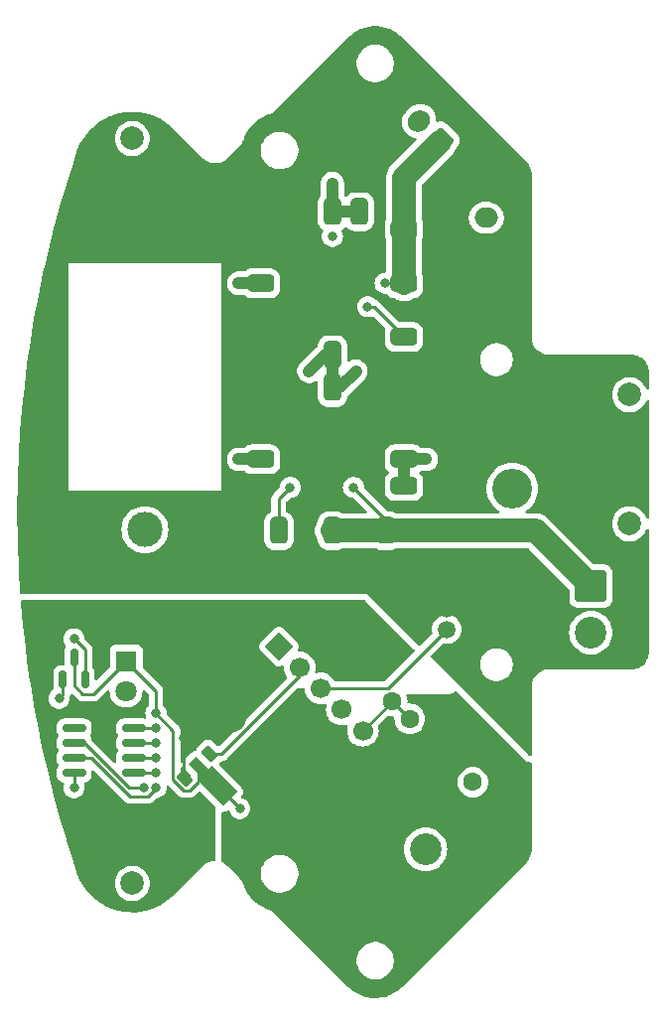
<source format=gbr>
%TF.GenerationSoftware,KiCad,Pcbnew,8.0.1*%
%TF.CreationDate,2024-04-24T01:19:34+09:00*%
%TF.ProjectId,Power-20240325,506f7765-722d-4323-9032-34303332352e,rev?*%
%TF.SameCoordinates,Original*%
%TF.FileFunction,Copper,L1,Top*%
%TF.FilePolarity,Positive*%
%FSLAX46Y46*%
G04 Gerber Fmt 4.6, Leading zero omitted, Abs format (unit mm)*
G04 Created by KiCad (PCBNEW 8.0.1) date 2024-04-24 01:19:34*
%MOMM*%
%LPD*%
G01*
G04 APERTURE LIST*
G04 Aperture macros list*
%AMRoundRect*
0 Rectangle with rounded corners*
0 $1 Rounding radius*
0 $2 $3 $4 $5 $6 $7 $8 $9 X,Y pos of 4 corners*
0 Add a 4 corners polygon primitive as box body*
4,1,4,$2,$3,$4,$5,$6,$7,$8,$9,$2,$3,0*
0 Add four circle primitives for the rounded corners*
1,1,$1+$1,$2,$3*
1,1,$1+$1,$4,$5*
1,1,$1+$1,$6,$7*
1,1,$1+$1,$8,$9*
0 Add four rect primitives between the rounded corners*
20,1,$1+$1,$2,$3,$4,$5,0*
20,1,$1+$1,$4,$5,$6,$7,0*
20,1,$1+$1,$6,$7,$8,$9,0*
20,1,$1+$1,$8,$9,$2,$3,0*%
%AMHorizOval*
0 Thick line with rounded ends*
0 $1 width*
0 $2 $3 position (X,Y) of the first rounded end (center of the circle)*
0 $4 $5 position (X,Y) of the second rounded end (center of the circle)*
0 Add line between two ends*
20,1,$1,$2,$3,$4,$5,0*
0 Add two circle primitives to create the rounded ends*
1,1,$1,$2,$3*
1,1,$1,$4,$5*%
%AMRotRect*
0 Rectangle, with rotation*
0 The origin of the aperture is its center*
0 $1 length*
0 $2 width*
0 $3 Rotation angle, in degrees counterclockwise*
0 Add horizontal line*
21,1,$1,$2,0,0,$3*%
%AMFreePoly0*
4,1,9,3.862500,-0.866500,0.737500,-0.866500,0.737500,-0.450000,-0.737500,-0.450000,-0.737500,0.450000,0.737500,0.450000,0.737500,0.866500,3.862500,0.866500,3.862500,-0.866500,3.862500,-0.866500,$1*%
G04 Aperture macros list end*
%TA.AperFunction,ComponentPad*%
%ADD10C,2.600000*%
%TD*%
%TA.AperFunction,ComponentPad*%
%ADD11C,1.600000*%
%TD*%
%TA.AperFunction,ComponentPad*%
%ADD12HorizOval,1.600000X0.000000X0.000000X0.000000X0.000000X0*%
%TD*%
%TA.AperFunction,SMDPad,CuDef*%
%ADD13RoundRect,0.162500X0.825000X0.162500X-0.825000X0.162500X-0.825000X-0.162500X0.825000X-0.162500X0*%
%TD*%
%TA.AperFunction,SMDPad,CuDef*%
%ADD14RoundRect,0.381000X0.762000X0.381000X-0.762000X0.381000X-0.762000X-0.381000X0.762000X-0.381000X0*%
%TD*%
%TA.AperFunction,SMDPad,CuDef*%
%ADD15RoundRect,0.381000X0.381000X-0.762000X0.381000X0.762000X-0.381000X0.762000X-0.381000X-0.762000X0*%
%TD*%
%TA.AperFunction,SMDPad,CuDef*%
%ADD16RoundRect,0.381000X-0.762000X-0.381000X0.762000X-0.381000X0.762000X0.381000X-0.762000X0.381000X0*%
%TD*%
%TA.AperFunction,ComponentPad*%
%ADD17RoundRect,0.250001X0.000000X-1.555634X1.555634X0.000000X0.000000X1.555634X-1.555634X0.000000X0*%
%TD*%
%TA.AperFunction,ComponentPad*%
%ADD18C,2.700000*%
%TD*%
%TA.AperFunction,ComponentPad*%
%ADD19RoundRect,0.250000X0.954594X0.106066X0.106066X0.954594X-0.954594X-0.106066X-0.106066X-0.954594X0*%
%TD*%
%TA.AperFunction,ComponentPad*%
%ADD20HorizOval,1.700000X0.106066X0.106066X-0.106066X-0.106066X0*%
%TD*%
%TA.AperFunction,SMDPad,CuDef*%
%ADD21RoundRect,0.150000X0.150000X-0.587500X0.150000X0.587500X-0.150000X0.587500X-0.150000X-0.587500X0*%
%TD*%
%TA.AperFunction,ComponentPad*%
%ADD22C,1.500000*%
%TD*%
%TA.AperFunction,ComponentPad*%
%ADD23RoundRect,0.250000X0.750000X-0.600000X0.750000X0.600000X-0.750000X0.600000X-0.750000X-0.600000X0*%
%TD*%
%TA.AperFunction,ComponentPad*%
%ADD24O,2.000000X1.700000*%
%TD*%
%TA.AperFunction,ComponentPad*%
%ADD25R,1.800000X1.800000*%
%TD*%
%TA.AperFunction,ComponentPad*%
%ADD26C,1.800000*%
%TD*%
%TA.AperFunction,SMDPad,CuDef*%
%ADD27RoundRect,0.225000X-0.459619X0.141421X0.141421X-0.459619X0.459619X-0.141421X-0.141421X0.459619X0*%
%TD*%
%TA.AperFunction,SMDPad,CuDef*%
%ADD28FreePoly0,315.000000*%
%TD*%
%TA.AperFunction,ComponentPad*%
%ADD29R,2.000000X2.000000*%
%TD*%
%TA.AperFunction,ComponentPad*%
%ADD30C,2.000000*%
%TD*%
%TA.AperFunction,ComponentPad*%
%ADD31RotRect,1.700000X1.700000X225.000000*%
%TD*%
%TA.AperFunction,ComponentPad*%
%ADD32HorizOval,1.700000X0.000000X0.000000X0.000000X0.000000X0*%
%TD*%
%TA.AperFunction,ComponentPad*%
%ADD33RoundRect,0.250001X-1.099999X1.099999X-1.099999X-1.099999X1.099999X-1.099999X1.099999X1.099999X0*%
%TD*%
%TA.AperFunction,ComponentPad*%
%ADD34C,3.400000*%
%TD*%
%TA.AperFunction,ViaPad*%
%ADD35C,0.800000*%
%TD*%
%TA.AperFunction,ViaPad*%
%ADD36C,3.000000*%
%TD*%
%TA.AperFunction,Conductor*%
%ADD37C,1.000000*%
%TD*%
%TA.AperFunction,Conductor*%
%ADD38C,0.250000*%
%TD*%
%TA.AperFunction,Conductor*%
%ADD39C,2.000000*%
%TD*%
G04 APERTURE END LIST*
D10*
%TO.P,F1,1*%
%TO.N,Net-(J1-Pin_1)*%
X90787184Y-164548505D03*
X88312310Y-157830991D03*
%TO.P,F1,2*%
%TO.N,V_RAW*%
X80887690Y-154649009D03*
X78412816Y-147931495D03*
%TD*%
D11*
%TO.P,R1,1*%
%TO.N,V_RAW*%
X89207484Y-147917839D03*
D12*
%TO.P,R1,2*%
%TO.N,ICSPCLK*%
X94595638Y-153305993D03*
%TD*%
D13*
%TO.P,U1,1,VDD*%
%TO.N,+3.3VA*%
X72532500Y-159415000D03*
%TO.P,U1,2,GP5*%
%TO.N,Net-(U1-GP5)*%
X72532500Y-158145000D03*
%TO.P,U1,3,GP4*%
%TO.N,V_Control*%
X72532500Y-156875000D03*
%TO.P,U1,4,GP3*%
%TO.N,MCLR{slash}VPP*%
X72532500Y-155605000D03*
%TO.P,U1,5,GP2*%
%TO.N,unconnected-(U1-GP2-Pad5)*%
X67457500Y-155605000D03*
%TO.P,U1,6,GP1*%
%TO.N,ICSPCLK*%
X67457500Y-156875000D03*
%TO.P,U1,7,GP0*%
%TO.N,ICSPDAT*%
X67457500Y-158145000D03*
%TO.P,U1,8,VSS*%
%TO.N,GND*%
X67457500Y-159415000D03*
%TD*%
D14*
%TO.P,+3.3V,1,ON/OFF*%
%TO.N,GND*%
X83400000Y-117675000D03*
%TO.P,+3.3V,2,Vin*%
%TO.N,VIN*%
X83400000Y-113095000D03*
D15*
X87210000Y-111575000D03*
%TO.P,+3.3V,3,GND*%
%TO.N,GND*%
X89500000Y-111575000D03*
X91790000Y-111575000D03*
D14*
%TO.P,+3.3V,4,Vout*%
%TO.N,+3.3V*%
X95600000Y-113095000D03*
%TO.P,+3.3V,5,Sense*%
X95600000Y-117675000D03*
%TO.P,+3.3V,6,Trim*%
%TO.N,Net-(U2-Trim)*%
X95600000Y-122255000D03*
D15*
%TO.P,+3.3V,7,GND*%
%TO.N,GND*%
X89500000Y-123775000D03*
%TD*%
%TO.P,+5V,1,ON/OFF*%
%TO.N,GND*%
X89500000Y-126575000D03*
%TO.P,+5V,2,Vin*%
%TO.N,VIN*%
X94080000Y-126575000D03*
D16*
X95600000Y-130385000D03*
%TO.P,+5V,3,GND*%
%TO.N,GND*%
X95600000Y-132675000D03*
X95600000Y-134965000D03*
D15*
%TO.P,+5V,4,Vout*%
%TO.N,+5V*%
X94080000Y-138775000D03*
%TO.P,+5V,5,Sense*%
X89500000Y-138775000D03*
%TO.P,+5V,6,Trim*%
%TO.N,Net-(U4-Trim)*%
X84920000Y-138775000D03*
D16*
%TO.P,+5V,7,GND*%
%TO.N,GND*%
X83400000Y-132675000D03*
%TD*%
D17*
%TO.P,VIN,1,Pin_1*%
%TO.N,Net-(J1-Pin_1)*%
X94642374Y-168726550D03*
D18*
%TO.P,VIN,2,Pin_2*%
%TO.N,GND*%
X97442517Y-165926407D03*
%TD*%
D19*
%TO.P,MAIN,1,Pin_1*%
%TO.N,+3.3V*%
X98662453Y-105599039D03*
D20*
%TO.P,MAIN,2,Pin_2*%
%TO.N,GND*%
X96894686Y-103831272D03*
%TD*%
D21*
%TO.P,N,1,G*%
%TO.N,Net-(Q2-G)*%
X66505000Y-151462500D03*
%TO.P,N,2,D*%
%TO.N,Net-(Q1-G)*%
X68405000Y-151462500D03*
%TO.P,N,3,S*%
%TO.N,GND*%
X67455000Y-149587500D03*
%TD*%
D22*
%TO.P,MES1,1,-*%
%TO.N,GND*%
X99250000Y-147175000D03*
%TO.P,MES1,2,+*%
%TO.N,VIN*%
X99250000Y-145425000D03*
%TD*%
D23*
%TO.P,KICKER,1,Pin_1*%
%TO.N,VIN*%
X102624801Y-114593924D03*
D24*
%TO.P,KICKER,2,Pin_2*%
%TO.N,GND*%
X102624801Y-112093924D03*
%TD*%
D25*
%TO.P,D1,1,K*%
%TO.N,GND*%
X71900000Y-149885000D03*
D26*
%TO.P,D1,2,A*%
%TO.N,Net-(D1-A)*%
X71900000Y-152425000D03*
%TD*%
D27*
%TO.P,U3,1,VOUT*%
%TO.N,+3.3VA*%
X79043074Y-157771443D03*
D28*
%TO.P,U3,2,GND*%
%TO.N,GND*%
X78044286Y-158893975D03*
D27*
%TO.P,U3,3,VIN*%
%TO.N,V_RAW*%
X76921754Y-159892763D03*
%TD*%
D11*
%TO.P,R2,1*%
%TO.N,ICSPCLK*%
X96095638Y-154805993D03*
D12*
%TO.P,R2,2*%
%TO.N,GND*%
X101483792Y-160194147D03*
%TD*%
D29*
%TO.P,C6,1*%
%TO.N,VIN*%
X72431354Y-110333064D03*
D30*
%TO.P,C6,2*%
%TO.N,GND*%
X72431354Y-105333064D03*
%TD*%
D31*
%TO.P,J2,1,Pin_1*%
%TO.N,MCLR{slash}VPP*%
X84911433Y-148621788D03*
D32*
%TO.P,J2,2,Pin_2*%
%TO.N,+3.3VA*%
X86707484Y-150417839D03*
%TO.P,J2,3,Pin_3*%
%TO.N,GND*%
X88503535Y-152213890D03*
%TO.P,J2,4,Pin_4*%
%TO.N,ICSPDAT*%
X90299587Y-154009942D03*
%TO.P,J2,5,Pin_5*%
%TO.N,ICSPCLK*%
X92095638Y-155805993D03*
%TD*%
D33*
%TO.P,LINE,1,Pin_1*%
%TO.N,+5V*%
X111552677Y-143493160D03*
D18*
%TO.P,LINE,2,Pin_2*%
%TO.N,GND*%
X111552677Y-147453160D03*
%TD*%
D30*
%TO.P,MD,*%
%TO.N,*%
X114850000Y-127175000D03*
X114850000Y-138175000D03*
D34*
%TO.P,MD,1,Pin_1*%
%TO.N,VIN*%
X104850000Y-130175000D03*
%TO.P,MD,2,Pin_2*%
%TO.N,GND*%
X104850000Y-135175000D03*
%TD*%
D29*
%TO.P,C7,1*%
%TO.N,V_RAW*%
X72431364Y-163835530D03*
D30*
%TO.P,C7,2*%
%TO.N,GND*%
X72431364Y-168835530D03*
%TD*%
D35*
%TO.N,GND*%
X81500000Y-132675000D03*
X91500000Y-125175000D03*
X97500000Y-132675000D03*
X81500000Y-117675000D03*
X67455000Y-160685000D03*
X74440000Y-154335000D03*
X81606336Y-162456025D03*
X87500000Y-125175000D03*
X89500000Y-109175000D03*
D36*
%TO.N,VIN*%
X79500000Y-113175000D03*
D35*
X92500000Y-128500000D03*
%TO.N,GND*%
X89500000Y-113675000D03*
%TO.N,+3.3V*%
X94000000Y-117675000D03*
%TO.N,V_RAW*%
X72055000Y-147835000D03*
X88855000Y-150235000D03*
X85455000Y-145435000D03*
X91455000Y-150235000D03*
X75655000Y-147835000D03*
X65055000Y-149835000D03*
X76855000Y-145435000D03*
X75655000Y-150235000D03*
X81655000Y-147835000D03*
X90255000Y-149035000D03*
X76855000Y-151435000D03*
X85455000Y-146635000D03*
X73255000Y-145435000D03*
X74455000Y-146635000D03*
X91455000Y-149035000D03*
X84255000Y-145435000D03*
X91455000Y-146635000D03*
X87855000Y-146635000D03*
X65055000Y-151035000D03*
X82855000Y-147835000D03*
X67455000Y-146635000D03*
X80455000Y-146635000D03*
X73255000Y-147835000D03*
X63855000Y-148635000D03*
X72055000Y-145435000D03*
X74455000Y-149035000D03*
X67455000Y-145435000D03*
X80455000Y-145435000D03*
X78055000Y-150235000D03*
X86655000Y-146635000D03*
X86655000Y-145435000D03*
X84255000Y-146635000D03*
X73255000Y-146635000D03*
X74455000Y-150235000D03*
X75655000Y-146635000D03*
X90255000Y-145435000D03*
X82855000Y-146635000D03*
X81655000Y-146635000D03*
X78055000Y-145435000D03*
X75655000Y-149035000D03*
X75655000Y-151435000D03*
X75655000Y-145435000D03*
X90255000Y-146635000D03*
X82855000Y-145435000D03*
X65055000Y-148635000D03*
X91455000Y-147835000D03*
X76790000Y-156455830D03*
X74455000Y-145435000D03*
X76855000Y-146635000D03*
X87855000Y-145435000D03*
X89055000Y-145435000D03*
X81655000Y-145435000D03*
X72055000Y-146635000D03*
X76855000Y-150235000D03*
X74455000Y-147835000D03*
X91455000Y-145435000D03*
X90255000Y-150235000D03*
X79255000Y-145435000D03*
%TO.N,+3.3VA*%
X74437500Y-159415000D03*
%TO.N,+5V*%
X91300000Y-135075000D03*
%TO.N,ICSPDAT*%
X74440000Y-160685000D03*
%TO.N,ICSPCLK*%
X73439997Y-160685000D03*
%TO.N,MCLR{slash}VPP*%
X74440000Y-155605000D03*
%TO.N,Net-(Q1-G)*%
X67455000Y-147985000D03*
D36*
%TO.N,Net-(Q1-D)*%
X73500000Y-138675000D03*
D35*
%TO.N,Net-(Q2-G)*%
X66185000Y-153065000D03*
%TO.N,Net-(U1-GP5)*%
X74437500Y-158145000D03*
%TO.N,Net-(U2-Trim)*%
X92500000Y-119675000D03*
%TO.N,V_Control*%
X74437500Y-156875000D03*
%TO.N,Net-(U4-Trim)*%
X85900000Y-135075000D03*
%TD*%
D37*
%TO.N,GND*%
X88900000Y-123775000D02*
X87500000Y-125175000D01*
D38*
X67457500Y-160682500D02*
X67455000Y-160685000D01*
X68204092Y-152675000D02*
X69110000Y-152675000D01*
D37*
X89500000Y-111575000D02*
X89500000Y-109175000D01*
D38*
X88503535Y-152213890D02*
X94211110Y-152213890D01*
X78044286Y-158893975D02*
X81606336Y-162456025D01*
X67455000Y-151925908D02*
X68204092Y-152675000D01*
X74440000Y-154335000D02*
X74440000Y-152425000D01*
X75907727Y-159974752D02*
X76839765Y-160906790D01*
D37*
X83400000Y-132675000D02*
X81500000Y-132675000D01*
D38*
X78044286Y-160149091D02*
X78044286Y-158893975D01*
X69110000Y-152675000D02*
X71900000Y-149885000D01*
D37*
X90100000Y-126575000D02*
X91500000Y-125175000D01*
D38*
X94211110Y-152213890D02*
X99250000Y-147175000D01*
D37*
X95600000Y-132675000D02*
X97500000Y-132675000D01*
X89500000Y-123775000D02*
X89500000Y-126575000D01*
D38*
X74440000Y-154335000D02*
X75907727Y-155802727D01*
D37*
X89500000Y-123775000D02*
X88900000Y-123775000D01*
D38*
X67455000Y-149587500D02*
X67455000Y-151925908D01*
X76839765Y-160906790D02*
X77286587Y-160906790D01*
X77286587Y-160906790D02*
X78044286Y-160149091D01*
X67457500Y-159415000D02*
X67457500Y-160682500D01*
D37*
X95600000Y-134965000D02*
X95600000Y-132675000D01*
X89500000Y-111575000D02*
X91790000Y-111575000D01*
D38*
X74440000Y-152425000D02*
X71900000Y-149885000D01*
D37*
X89500000Y-126575000D02*
X90100000Y-126575000D01*
X83400000Y-117675000D02*
X81500000Y-117675000D01*
D38*
X75907727Y-155802727D02*
X75907727Y-159974752D01*
%TO.N,VIN*%
X94790000Y-130385000D02*
X95600000Y-130385000D01*
%TO.N,GND*%
X89500000Y-113675000D02*
X89310000Y-113675000D01*
%TO.N,+3.3V*%
X94000000Y-117675000D02*
X95600000Y-117675000D01*
D39*
X95600000Y-113095000D02*
X95600000Y-117675000D01*
X95600000Y-113095000D02*
X95600000Y-108661492D01*
X95600000Y-108661492D02*
X98662453Y-105599039D01*
D38*
%TO.N,V_RAW*%
X76790000Y-159761009D02*
X76921754Y-159892763D01*
X76790000Y-156455830D02*
X76790000Y-159761009D01*
%TO.N,+3.3VA*%
X72532500Y-159415000D02*
X74437500Y-159415000D01*
X80063354Y-157771443D02*
X86707484Y-151127313D01*
X86707484Y-151127313D02*
X86707484Y-150417839D01*
X79043074Y-157771443D02*
X80063354Y-157771443D01*
%TO.N,+5V*%
X94080000Y-137855000D02*
X94080000Y-138775000D01*
D39*
X111552677Y-143493160D02*
X106834517Y-138775000D01*
D38*
X91300000Y-135075000D02*
X94080000Y-137855000D01*
D39*
X106834517Y-138775000D02*
X94080000Y-138775000D01*
X89500000Y-138775000D02*
X94080000Y-138775000D01*
D38*
%TO.N,Net-(D1-A)*%
X71900000Y-153065000D02*
X71900000Y-152425000D01*
%TO.N,ICSPDAT*%
X73740302Y-161410000D02*
X72209672Y-161410000D01*
X74440000Y-160685000D02*
X74440000Y-160710302D01*
X68944672Y-158145000D02*
X67457500Y-158145000D01*
X74440000Y-160710302D02*
X73740302Y-161410000D01*
X72209672Y-161410000D02*
X68944672Y-158145000D01*
%TO.N,ICSPCLK*%
X94595638Y-153305993D02*
X96095638Y-154805993D01*
X72121068Y-160685000D02*
X68311068Y-156875000D01*
X92095638Y-155805993D02*
X94595638Y-153305993D01*
X73439997Y-160685000D02*
X72121068Y-160685000D01*
X68311068Y-156875000D02*
X67457500Y-156875000D01*
%TO.N,MCLR{slash}VPP*%
X72532500Y-155605000D02*
X74440000Y-155605000D01*
%TO.N,Net-(Q1-G)*%
X68405000Y-151462500D02*
X68405000Y-148935000D01*
X68405000Y-148935000D02*
X67455000Y-147985000D01*
%TO.N,Net-(Q2-G)*%
X66505000Y-152745000D02*
X66185000Y-153065000D01*
X66505000Y-151462500D02*
X66505000Y-152745000D01*
%TO.N,Net-(U1-GP5)*%
X72532500Y-158145000D02*
X74437500Y-158145000D01*
%TO.N,Net-(U2-Trim)*%
X93020000Y-119675000D02*
X95600000Y-122255000D01*
X92500000Y-119675000D02*
X93020000Y-119675000D01*
%TO.N,V_Control*%
X72532500Y-156875000D02*
X74437500Y-156875000D01*
%TO.N,Net-(U4-Trim)*%
X84920000Y-136055000D02*
X84920000Y-138775000D01*
X85900000Y-135075000D02*
X84920000Y-136055000D01*
%TD*%
%TA.AperFunction,Conductor*%
%TO.N,VIN*%
G36*
X93336284Y-95738114D02*
G01*
X93431051Y-95748790D01*
X93679323Y-95776762D01*
X93693018Y-95779088D01*
X94029587Y-95855903D01*
X94042931Y-95859747D01*
X94368777Y-95973758D01*
X94381612Y-95979074D01*
X94381627Y-95979081D01*
X94692650Y-96128851D01*
X94704820Y-96135577D01*
X94850968Y-96227401D01*
X94997120Y-96319227D01*
X95008458Y-96327271D01*
X95279043Y-96543037D01*
X95288174Y-96551082D01*
X95411951Y-96671426D01*
X95413192Y-96672650D01*
X106059849Y-107319307D01*
X106061445Y-107320932D01*
X106136512Y-107398809D01*
X106147554Y-107411981D01*
X106275333Y-107587857D01*
X106285500Y-107604449D01*
X106383665Y-107797119D01*
X106391111Y-107815096D01*
X106457928Y-108020760D01*
X106462469Y-108039677D01*
X106496468Y-108254400D01*
X106497973Y-108271492D01*
X106499979Y-108379644D01*
X106500000Y-108381944D01*
X106500000Y-122246370D01*
X106501214Y-122364866D01*
X106501214Y-122364872D01*
X106501215Y-122364874D01*
X106536476Y-122599308D01*
X106608170Y-122825278D01*
X106714513Y-123037160D01*
X106852857Y-123229678D01*
X107019759Y-123398041D01*
X107019760Y-123398042D01*
X107211051Y-123538049D01*
X107211054Y-123538051D01*
X107211064Y-123538058D01*
X107422011Y-123646244D01*
X107570726Y-123694858D01*
X107647346Y-123719905D01*
X107647349Y-123719906D01*
X107867251Y-123754942D01*
X107881465Y-123757207D01*
X108000000Y-123759458D01*
X114998861Y-123759458D01*
X115001104Y-123759478D01*
X115002980Y-123759511D01*
X115109267Y-123761436D01*
X115126399Y-123762940D01*
X115341110Y-123796948D01*
X115360018Y-123801488D01*
X115500232Y-123847047D01*
X115565693Y-123868317D01*
X115583670Y-123875764D01*
X115776348Y-123973941D01*
X115792929Y-123984102D01*
X115880408Y-124047661D01*
X115967883Y-124111218D01*
X115982677Y-124123853D01*
X116135586Y-124276768D01*
X116148219Y-124291561D01*
X116275325Y-124466515D01*
X116285491Y-124483106D01*
X116383658Y-124675783D01*
X116391104Y-124693760D01*
X116457923Y-124899427D01*
X116462465Y-124918348D01*
X116496467Y-125133077D01*
X116497972Y-125150170D01*
X116499979Y-125258325D01*
X116500000Y-125260626D01*
X116500000Y-126609820D01*
X116480315Y-126676859D01*
X116427511Y-126722614D01*
X116358353Y-126732558D01*
X116294797Y-126703533D01*
X116262444Y-126659630D01*
X116174173Y-126458393D01*
X116038166Y-126250217D01*
X115933988Y-126137050D01*
X115869744Y-126067262D01*
X115673509Y-125914526D01*
X115673507Y-125914525D01*
X115673506Y-125914524D01*
X115454811Y-125796172D01*
X115454802Y-125796169D01*
X115219616Y-125715429D01*
X114974335Y-125674500D01*
X114725665Y-125674500D01*
X114480383Y-125715429D01*
X114245197Y-125796169D01*
X114245188Y-125796172D01*
X114026493Y-125914524D01*
X113830257Y-126067261D01*
X113661833Y-126250217D01*
X113525826Y-126458393D01*
X113425936Y-126686118D01*
X113364892Y-126927175D01*
X113364890Y-126927187D01*
X113344357Y-127174994D01*
X113344357Y-127175005D01*
X113364890Y-127422812D01*
X113364892Y-127422824D01*
X113425936Y-127663881D01*
X113525826Y-127891606D01*
X113661833Y-128099782D01*
X113661836Y-128099785D01*
X113830256Y-128282738D01*
X114026491Y-128435474D01*
X114245190Y-128553828D01*
X114480386Y-128634571D01*
X114725665Y-128675500D01*
X114974335Y-128675500D01*
X115219614Y-128634571D01*
X115454810Y-128553828D01*
X115673509Y-128435474D01*
X115869744Y-128282738D01*
X116038164Y-128099785D01*
X116174173Y-127891607D01*
X116262444Y-127690368D01*
X116307400Y-127636883D01*
X116374136Y-127616193D01*
X116441464Y-127634868D01*
X116488007Y-127686978D01*
X116500000Y-127740179D01*
X116500000Y-137609820D01*
X116480315Y-137676859D01*
X116427511Y-137722614D01*
X116358353Y-137732558D01*
X116294797Y-137703533D01*
X116262444Y-137659630D01*
X116174173Y-137458393D01*
X116038166Y-137250217D01*
X115993789Y-137202011D01*
X115869744Y-137067262D01*
X115673509Y-136914526D01*
X115673507Y-136914525D01*
X115673506Y-136914524D01*
X115454811Y-136796172D01*
X115454802Y-136796169D01*
X115219616Y-136715429D01*
X114974335Y-136674500D01*
X114725665Y-136674500D01*
X114480383Y-136715429D01*
X114245197Y-136796169D01*
X114245188Y-136796172D01*
X114026493Y-136914524D01*
X113830257Y-137067261D01*
X113661833Y-137250217D01*
X113525826Y-137458393D01*
X113425936Y-137686118D01*
X113364892Y-137927175D01*
X113364890Y-137927187D01*
X113344357Y-138174994D01*
X113344357Y-138175005D01*
X113364890Y-138422812D01*
X113364892Y-138422824D01*
X113425936Y-138663881D01*
X113525826Y-138891606D01*
X113661833Y-139099782D01*
X113661836Y-139099785D01*
X113830256Y-139282738D01*
X114026491Y-139435474D01*
X114245190Y-139553828D01*
X114480386Y-139634571D01*
X114725665Y-139675500D01*
X114974335Y-139675500D01*
X115219614Y-139634571D01*
X115454810Y-139553828D01*
X115673509Y-139435474D01*
X115869744Y-139282738D01*
X116038164Y-139099785D01*
X116174173Y-138891607D01*
X116262444Y-138690368D01*
X116307400Y-138636883D01*
X116374136Y-138616193D01*
X116441464Y-138634868D01*
X116488007Y-138686978D01*
X116500000Y-138740179D01*
X116500000Y-149089401D01*
X116499977Y-149091793D01*
X116497902Y-149199331D01*
X116496415Y-149216229D01*
X116462775Y-149429842D01*
X116458283Y-149448663D01*
X116392188Y-149653305D01*
X116384823Y-149671197D01*
X116287699Y-149863062D01*
X116277640Y-149879591D01*
X116151850Y-150054013D01*
X116139341Y-150068777D01*
X115987944Y-150221508D01*
X115973292Y-150234144D01*
X115799991Y-150361456D01*
X115783551Y-150371661D01*
X115592539Y-150470470D01*
X115574712Y-150477992D01*
X115370660Y-150545882D01*
X115351879Y-150550539D01*
X115138566Y-150586055D01*
X115121681Y-150587690D01*
X115021325Y-150590507D01*
X115014721Y-150590693D01*
X115011244Y-150590742D01*
X108000000Y-150590742D01*
X107896268Y-150592714D01*
X107882120Y-150592984D01*
X107649268Y-150629849D01*
X107425056Y-150702686D01*
X107425045Y-150702691D01*
X107214986Y-150809709D01*
X107024250Y-150948275D01*
X107024246Y-150948279D01*
X106857544Y-151114969D01*
X106857540Y-151114974D01*
X106718966Y-151305695D01*
X106718953Y-151305716D01*
X106611932Y-151515744D01*
X106611930Y-151515750D01*
X106539071Y-151739977D01*
X106502192Y-151972821D01*
X106500000Y-152090722D01*
X106500000Y-157875638D01*
X106480315Y-157942677D01*
X106427511Y-157988432D01*
X106358353Y-157998376D01*
X106294797Y-157969351D01*
X106288319Y-157963319D01*
X98610221Y-150285221D01*
X102099500Y-150285221D01*
X102133985Y-150502952D01*
X102202103Y-150712603D01*
X102202104Y-150712606D01*
X102251582Y-150809709D01*
X102301607Y-150907888D01*
X102302187Y-150909025D01*
X102431752Y-151087358D01*
X102431756Y-151087363D01*
X102587636Y-151243243D01*
X102587641Y-151243247D01*
X102743192Y-151356260D01*
X102765978Y-151372815D01*
X102888022Y-151435000D01*
X102962393Y-151472895D01*
X102962396Y-151472896D01*
X103067221Y-151506955D01*
X103172049Y-151541015D01*
X103389778Y-151575500D01*
X103389779Y-151575500D01*
X103610221Y-151575500D01*
X103610222Y-151575500D01*
X103827951Y-151541015D01*
X104037606Y-151472895D01*
X104234022Y-151372815D01*
X104412365Y-151243242D01*
X104568242Y-151087365D01*
X104697815Y-150909022D01*
X104797895Y-150712606D01*
X104866015Y-150502951D01*
X104900500Y-150285222D01*
X104900500Y-150064778D01*
X104866015Y-149847049D01*
X104808878Y-149671197D01*
X104797896Y-149637396D01*
X104797895Y-149637393D01*
X104762137Y-149567216D01*
X104697815Y-149440978D01*
X104587762Y-149289502D01*
X104568247Y-149262641D01*
X104568243Y-149262636D01*
X104412363Y-149106756D01*
X104412358Y-149106752D01*
X104234025Y-148977187D01*
X104234024Y-148977186D01*
X104234022Y-148977185D01*
X104149868Y-148934306D01*
X104037606Y-148877104D01*
X104037603Y-148877103D01*
X103827952Y-148808985D01*
X103719086Y-148791742D01*
X103610222Y-148774500D01*
X103389778Y-148774500D01*
X103317201Y-148785995D01*
X103172047Y-148808985D01*
X102962396Y-148877103D01*
X102962393Y-148877104D01*
X102765974Y-148977187D01*
X102587641Y-149106752D01*
X102587636Y-149106756D01*
X102431756Y-149262636D01*
X102431752Y-149262641D01*
X102302187Y-149440974D01*
X102202104Y-149637393D01*
X102202103Y-149637396D01*
X102133985Y-149847047D01*
X102099500Y-150064778D01*
X102099500Y-150285221D01*
X98610221Y-150285221D01*
X97904975Y-149579975D01*
X97871490Y-149518652D01*
X97876474Y-149448960D01*
X97904971Y-149404617D01*
X98876003Y-148433586D01*
X98937324Y-148400103D01*
X98995777Y-148401495D01*
X99032015Y-148411205D01*
X99032016Y-148411205D01*
X99032023Y-148411207D01*
X99217537Y-148427437D01*
X99249998Y-148430277D01*
X99250000Y-148430277D01*
X99250002Y-148430277D01*
X99278254Y-148427805D01*
X99467977Y-148411207D01*
X99679330Y-148354575D01*
X99877639Y-148262102D01*
X100056877Y-148136598D01*
X100211598Y-147981877D01*
X100337102Y-147802639D01*
X100429575Y-147604330D01*
X100470081Y-147453161D01*
X109697450Y-147453161D01*
X109716334Y-147717187D01*
X109716335Y-147717194D01*
X109772598Y-147975833D01*
X109865103Y-148223850D01*
X109865105Y-148223854D01*
X109991957Y-148456165D01*
X109991962Y-148456173D01*
X110150583Y-148668067D01*
X110150599Y-148668085D01*
X110337751Y-148855237D01*
X110337769Y-148855253D01*
X110549663Y-149013874D01*
X110549671Y-149013879D01*
X110781982Y-149140731D01*
X110781986Y-149140733D01*
X110781988Y-149140734D01*
X111029999Y-149233237D01*
X111030002Y-149233237D01*
X111030003Y-149233238D01*
X111038103Y-149235000D01*
X111288651Y-149289503D01*
X111532337Y-149306932D01*
X111552676Y-149308387D01*
X111552677Y-149308387D01*
X111552678Y-149308387D01*
X111571562Y-149307036D01*
X111816703Y-149289503D01*
X112075355Y-149233237D01*
X112323366Y-149140734D01*
X112555688Y-149013876D01*
X112767592Y-148855247D01*
X112954764Y-148668075D01*
X113113393Y-148456171D01*
X113240251Y-148223849D01*
X113332754Y-147975838D01*
X113389020Y-147717186D01*
X113407904Y-147453160D01*
X113389020Y-147189134D01*
X113332754Y-146930482D01*
X113240251Y-146682471D01*
X113208810Y-146624892D01*
X113113396Y-146450154D01*
X113113391Y-146450146D01*
X112954770Y-146238252D01*
X112954754Y-146238234D01*
X112767602Y-146051082D01*
X112767584Y-146051066D01*
X112555690Y-145892445D01*
X112555682Y-145892440D01*
X112323371Y-145765588D01*
X112323367Y-145765586D01*
X112075350Y-145673081D01*
X111816711Y-145616818D01*
X111816704Y-145616817D01*
X111552678Y-145597933D01*
X111552676Y-145597933D01*
X111288649Y-145616817D01*
X111288642Y-145616818D01*
X111030003Y-145673081D01*
X110781986Y-145765586D01*
X110781982Y-145765588D01*
X110549671Y-145892440D01*
X110549663Y-145892445D01*
X110337769Y-146051066D01*
X110337751Y-146051082D01*
X110150599Y-146238234D01*
X110150583Y-146238252D01*
X109991962Y-146450146D01*
X109991957Y-146450154D01*
X109865105Y-146682465D01*
X109865103Y-146682469D01*
X109772598Y-146930486D01*
X109716335Y-147189125D01*
X109716334Y-147189132D01*
X109697450Y-147453158D01*
X109697450Y-147453161D01*
X100470081Y-147453161D01*
X100486207Y-147392977D01*
X100502805Y-147203254D01*
X100505277Y-147175002D01*
X100505277Y-147174997D01*
X100501569Y-147132618D01*
X100486207Y-146957023D01*
X100429575Y-146745670D01*
X100337102Y-146547362D01*
X100337100Y-146547359D01*
X100337099Y-146547357D01*
X100211599Y-146368124D01*
X100139619Y-146296144D01*
X100056877Y-146213402D01*
X99912279Y-146112153D01*
X99877638Y-146087897D01*
X99764199Y-146035000D01*
X99679330Y-145995425D01*
X99679326Y-145995424D01*
X99679322Y-145995422D01*
X99467977Y-145938793D01*
X99250002Y-145919723D01*
X99249998Y-145919723D01*
X99104682Y-145932436D01*
X99032023Y-145938793D01*
X99032020Y-145938793D01*
X98820677Y-145995422D01*
X98820668Y-145995426D01*
X98622361Y-146087898D01*
X98622357Y-146087900D01*
X98443121Y-146213402D01*
X98288402Y-146368121D01*
X98162900Y-146547357D01*
X98162898Y-146547361D01*
X98070426Y-146745668D01*
X98070422Y-146745677D01*
X98013793Y-146957020D01*
X98013793Y-146957024D01*
X97994723Y-147174997D01*
X97994723Y-147175002D01*
X97997203Y-147203347D01*
X98013793Y-147392977D01*
X98020806Y-147419151D01*
X98023505Y-147429221D01*
X98021842Y-147499071D01*
X97991411Y-147548996D01*
X97020385Y-148520023D01*
X96959062Y-148553508D01*
X96889371Y-148548524D01*
X96845023Y-148520023D01*
X92500000Y-144175000D01*
X62988924Y-144175000D01*
X62921885Y-144155315D01*
X62876130Y-144102511D01*
X62865340Y-144061144D01*
X62861481Y-144014128D01*
X62861299Y-144011596D01*
X62741432Y-142062524D01*
X62741302Y-142059988D01*
X62730668Y-141800446D01*
X62661363Y-140108875D01*
X62661286Y-140106346D01*
X62641219Y-139126368D01*
X62631977Y-138675001D01*
X71494390Y-138675001D01*
X71514804Y-138960433D01*
X71575628Y-139240037D01*
X71575630Y-139240043D01*
X71575631Y-139240046D01*
X71675633Y-139508161D01*
X71675635Y-139508166D01*
X71812770Y-139759309D01*
X71812775Y-139759317D01*
X71984254Y-139988387D01*
X71984270Y-139988405D01*
X72186594Y-140190729D01*
X72186612Y-140190745D01*
X72415682Y-140362224D01*
X72415690Y-140362229D01*
X72666833Y-140499364D01*
X72666832Y-140499364D01*
X72666836Y-140499365D01*
X72666839Y-140499367D01*
X72934954Y-140599369D01*
X72934960Y-140599370D01*
X72934962Y-140599371D01*
X73214566Y-140660195D01*
X73214568Y-140660195D01*
X73214572Y-140660196D01*
X73468220Y-140678337D01*
X73499999Y-140680610D01*
X73500000Y-140680610D01*
X73500001Y-140680610D01*
X73528595Y-140678564D01*
X73785428Y-140660196D01*
X74065046Y-140599369D01*
X74333161Y-140499367D01*
X74584315Y-140362226D01*
X74813395Y-140190739D01*
X75015739Y-139988395D01*
X75187226Y-139759315D01*
X75266762Y-139613656D01*
X83657500Y-139613656D01*
X83657501Y-139613659D01*
X83660418Y-139656701D01*
X83660418Y-139656702D01*
X83706694Y-139842778D01*
X83791881Y-140014543D01*
X83791883Y-140014546D01*
X83912009Y-140163989D01*
X83912010Y-140163990D01*
X84061453Y-140284116D01*
X84061456Y-140284118D01*
X84227959Y-140366695D01*
X84233225Y-140369307D01*
X84383013Y-140406558D01*
X84419291Y-140415580D01*
X84419292Y-140415580D01*
X84419296Y-140415581D01*
X84462343Y-140418500D01*
X85377656Y-140418499D01*
X85420704Y-140415581D01*
X85606775Y-140369307D01*
X85778547Y-140284116D01*
X85927990Y-140163990D01*
X86048116Y-140014547D01*
X86133307Y-139842775D01*
X86179581Y-139656704D01*
X86182500Y-139613657D01*
X86182500Y-138893097D01*
X87999500Y-138893097D01*
X88036446Y-139126368D01*
X88109433Y-139350996D01*
X88216661Y-139561440D01*
X88219204Y-139565590D01*
X88217583Y-139566583D01*
X88238155Y-139623316D01*
X88240418Y-139656701D01*
X88240418Y-139656702D01*
X88286694Y-139842778D01*
X88371881Y-140014543D01*
X88371883Y-140014546D01*
X88492009Y-140163989D01*
X88492010Y-140163990D01*
X88641453Y-140284116D01*
X88641456Y-140284118D01*
X88807959Y-140366695D01*
X88813225Y-140369307D01*
X88963013Y-140406558D01*
X88999291Y-140415580D01*
X88999292Y-140415580D01*
X88999296Y-140415581D01*
X89042343Y-140418500D01*
X89957656Y-140418499D01*
X90000704Y-140415581D01*
X90186775Y-140369307D01*
X90349885Y-140288411D01*
X90404979Y-140275500D01*
X93175021Y-140275500D01*
X93230114Y-140288411D01*
X93393225Y-140369307D01*
X93518575Y-140400480D01*
X93579291Y-140415580D01*
X93579292Y-140415580D01*
X93579296Y-140415581D01*
X93622343Y-140418500D01*
X94537656Y-140418499D01*
X94580704Y-140415581D01*
X94766775Y-140369307D01*
X94929885Y-140288411D01*
X94984979Y-140275500D01*
X106161628Y-140275500D01*
X106228667Y-140295185D01*
X106249309Y-140311819D01*
X109665858Y-143728368D01*
X109699343Y-143789691D01*
X109702177Y-143816049D01*
X109702177Y-144643175D01*
X109712677Y-144745955D01*
X109712678Y-144745957D01*
X109740270Y-144829225D01*
X109767863Y-144912495D01*
X109767864Y-144912497D01*
X109859963Y-145061811D01*
X109859966Y-145061815D01*
X109984021Y-145185870D01*
X109984025Y-145185873D01*
X110133339Y-145277972D01*
X110133341Y-145277973D01*
X110133343Y-145277974D01*
X110299880Y-145333159D01*
X110402669Y-145343660D01*
X110402674Y-145343660D01*
X112702680Y-145343660D01*
X112702685Y-145343660D01*
X112805474Y-145333159D01*
X112972011Y-145277974D01*
X113121332Y-145185871D01*
X113245388Y-145061815D01*
X113337491Y-144912494D01*
X113392676Y-144745957D01*
X113403177Y-144643168D01*
X113403177Y-142343152D01*
X113392676Y-142240363D01*
X113337491Y-142073826D01*
X113245388Y-141924505D01*
X113121332Y-141800449D01*
X113121328Y-141800446D01*
X112972014Y-141708347D01*
X112972012Y-141708346D01*
X112888742Y-141680753D01*
X112805474Y-141653161D01*
X112805472Y-141653160D01*
X112702692Y-141642660D01*
X112702685Y-141642660D01*
X111875566Y-141642660D01*
X111808527Y-141622975D01*
X111787885Y-141606341D01*
X107812028Y-137630484D01*
X107681230Y-137535453D01*
X107620951Y-137491657D01*
X107410513Y-137384433D01*
X107185885Y-137311446D01*
X106952614Y-137274500D01*
X106952609Y-137274500D01*
X106077444Y-137274500D01*
X106010405Y-137254815D01*
X105964650Y-137202011D01*
X105954706Y-137132853D01*
X105983731Y-137069297D01*
X106008554Y-137047398D01*
X106097786Y-136987775D01*
X106192454Y-136924520D01*
X106409327Y-136734327D01*
X106599520Y-136517454D01*
X106759778Y-136277611D01*
X106887359Y-136018902D01*
X106980081Y-135745753D01*
X107036356Y-135462839D01*
X107055222Y-135175000D01*
X107036356Y-134887161D01*
X106980081Y-134604247D01*
X106887359Y-134331098D01*
X106776578Y-134106456D01*
X106759780Y-134072393D01*
X106759776Y-134072386D01*
X106599521Y-133832547D01*
X106409327Y-133615672D01*
X106192452Y-133425478D01*
X105952613Y-133265223D01*
X105952606Y-133265219D01*
X105693905Y-133137642D01*
X105420760Y-133044921D01*
X105420754Y-133044919D01*
X105420753Y-133044919D01*
X105420751Y-133044918D01*
X105420745Y-133044917D01*
X105137849Y-132988646D01*
X105137839Y-132988644D01*
X104850000Y-132969778D01*
X104562161Y-132988644D01*
X104562155Y-132988645D01*
X104562150Y-132988646D01*
X104279254Y-133044917D01*
X104279239Y-133044921D01*
X104006094Y-133137642D01*
X103747393Y-133265219D01*
X103747386Y-133265223D01*
X103507547Y-133425478D01*
X103290672Y-133615672D01*
X103100478Y-133832547D01*
X102940223Y-134072386D01*
X102940219Y-134072393D01*
X102812642Y-134331094D01*
X102719921Y-134604239D01*
X102719917Y-134604254D01*
X102699535Y-134706722D01*
X102663644Y-134887161D01*
X102644778Y-135175000D01*
X102661010Y-135422659D01*
X102663644Y-135462837D01*
X102663646Y-135462849D01*
X102719917Y-135745745D01*
X102719921Y-135745760D01*
X102812642Y-136018905D01*
X102940219Y-136277606D01*
X102940223Y-136277613D01*
X103100478Y-136517452D01*
X103290672Y-136734327D01*
X103507547Y-136924521D01*
X103691446Y-137047398D01*
X103736252Y-137101010D01*
X103744959Y-137170335D01*
X103714805Y-137233362D01*
X103655362Y-137270082D01*
X103622556Y-137274500D01*
X94984979Y-137274500D01*
X94929885Y-137261588D01*
X94809759Y-137202011D01*
X94766776Y-137180693D01*
X94580708Y-137134419D01*
X94552006Y-137132473D01*
X94537657Y-137131500D01*
X94537655Y-137131500D01*
X94292453Y-137131500D01*
X94225414Y-137111815D01*
X94204772Y-137095181D01*
X92532247Y-135422656D01*
X93956500Y-135422656D01*
X93956501Y-135422659D01*
X93959418Y-135465701D01*
X93959418Y-135465702D01*
X94005694Y-135651778D01*
X94090881Y-135823543D01*
X94090883Y-135823546D01*
X94211009Y-135972989D01*
X94211010Y-135972990D01*
X94360453Y-136093116D01*
X94360456Y-136093118D01*
X94526959Y-136175695D01*
X94532225Y-136178307D01*
X94682013Y-136215558D01*
X94718291Y-136224580D01*
X94718292Y-136224580D01*
X94718296Y-136224581D01*
X94761343Y-136227500D01*
X96438656Y-136227499D01*
X96481704Y-136224581D01*
X96667775Y-136178307D01*
X96839547Y-136093116D01*
X96988990Y-135972990D01*
X97109116Y-135823547D01*
X97194307Y-135651775D01*
X97240581Y-135465704D01*
X97243500Y-135422657D01*
X97243499Y-134507344D01*
X97240581Y-134464296D01*
X97194307Y-134278225D01*
X97176002Y-134241316D01*
X97109118Y-134106456D01*
X97109116Y-134106453D01*
X96988990Y-133957010D01*
X96988989Y-133957009D01*
X96938776Y-133916647D01*
X96898857Y-133859304D01*
X96896277Y-133789482D01*
X96931855Y-133729349D01*
X96938753Y-133723371D01*
X96964282Y-133702850D01*
X97028866Y-133676194D01*
X97041967Y-133675500D01*
X97598543Y-133675500D01*
X97728582Y-133649632D01*
X97791835Y-133637051D01*
X97973914Y-133561632D01*
X98137782Y-133452139D01*
X98277139Y-133312782D01*
X98386632Y-133148914D01*
X98462051Y-132966835D01*
X98500500Y-132773541D01*
X98500500Y-132576459D01*
X98500500Y-132576456D01*
X98462052Y-132383170D01*
X98462051Y-132383169D01*
X98462051Y-132383165D01*
X98393367Y-132217345D01*
X98386635Y-132201092D01*
X98386628Y-132201079D01*
X98277139Y-132037218D01*
X98277136Y-132037214D01*
X98137785Y-131897863D01*
X98137781Y-131897860D01*
X97973920Y-131788371D01*
X97973907Y-131788364D01*
X97791839Y-131712950D01*
X97791829Y-131712947D01*
X97598543Y-131674500D01*
X97598541Y-131674500D01*
X97041967Y-131674500D01*
X96974928Y-131654815D01*
X96964280Y-131647147D01*
X96839546Y-131546883D01*
X96839543Y-131546881D01*
X96667778Y-131461694D01*
X96667776Y-131461693D01*
X96667775Y-131461693D01*
X96629939Y-131452283D01*
X96481708Y-131415419D01*
X96457105Y-131413751D01*
X96438657Y-131412500D01*
X96438654Y-131412500D01*
X94761343Y-131412500D01*
X94761340Y-131412501D01*
X94718298Y-131415418D01*
X94718297Y-131415418D01*
X94532221Y-131461694D01*
X94360456Y-131546881D01*
X94360453Y-131546883D01*
X94211010Y-131667009D01*
X94211009Y-131667010D01*
X94090883Y-131816453D01*
X94090881Y-131816456D01*
X94005694Y-131988221D01*
X93959419Y-132174291D01*
X93956500Y-132217345D01*
X93956500Y-133132656D01*
X93956501Y-133132659D01*
X93959418Y-133175701D01*
X93959418Y-133175702D01*
X94005694Y-133361778D01*
X94090881Y-133533543D01*
X94090883Y-133533546D01*
X94090884Y-133533547D01*
X94211010Y-133682990D01*
X94261224Y-133723353D01*
X94301142Y-133780697D01*
X94303722Y-133850519D01*
X94268143Y-133910651D01*
X94261228Y-133916643D01*
X94211012Y-133957009D01*
X94211008Y-133957012D01*
X94090883Y-134106453D01*
X94090881Y-134106456D01*
X94005694Y-134278221D01*
X93959419Y-134464291D01*
X93956500Y-134507345D01*
X93956500Y-135422656D01*
X92532247Y-135422656D01*
X92238960Y-135129369D01*
X92205475Y-135068046D01*
X92203323Y-135054668D01*
X92185674Y-134886744D01*
X92127179Y-134706716D01*
X92032533Y-134542784D01*
X91905871Y-134402112D01*
X91905870Y-134402111D01*
X91752734Y-134290851D01*
X91752729Y-134290848D01*
X91579807Y-134213857D01*
X91579802Y-134213855D01*
X91434001Y-134182865D01*
X91394646Y-134174500D01*
X91205354Y-134174500D01*
X91172897Y-134181398D01*
X91020197Y-134213855D01*
X91020192Y-134213857D01*
X90847270Y-134290848D01*
X90847265Y-134290851D01*
X90694129Y-134402111D01*
X90567466Y-134542785D01*
X90472821Y-134706715D01*
X90472818Y-134706722D01*
X90414327Y-134886740D01*
X90414326Y-134886744D01*
X90394540Y-135075000D01*
X90414326Y-135263256D01*
X90414327Y-135263259D01*
X90472818Y-135443277D01*
X90472821Y-135443284D01*
X90567467Y-135607216D01*
X90692199Y-135745745D01*
X90694129Y-135747888D01*
X90847265Y-135859148D01*
X90847270Y-135859151D01*
X91020192Y-135936142D01*
X91020197Y-135936144D01*
X91205354Y-135975500D01*
X91264548Y-135975500D01*
X91331587Y-135995185D01*
X91352229Y-136011819D01*
X92403228Y-137062819D01*
X92436713Y-137124142D01*
X92431729Y-137193834D01*
X92389857Y-137249767D01*
X92324393Y-137274184D01*
X92315547Y-137274500D01*
X90404979Y-137274500D01*
X90349885Y-137261588D01*
X90229759Y-137202011D01*
X90186776Y-137180693D01*
X90000708Y-137134419D01*
X89976105Y-137132751D01*
X89957657Y-137131500D01*
X89957654Y-137131500D01*
X89042343Y-137131500D01*
X89042340Y-137131501D01*
X88999298Y-137134418D01*
X88999297Y-137134418D01*
X88813221Y-137180694D01*
X88641456Y-137265881D01*
X88641453Y-137265883D01*
X88492010Y-137386009D01*
X88492009Y-137386010D01*
X88371883Y-137535453D01*
X88371881Y-137535456D01*
X88286694Y-137707221D01*
X88240419Y-137893291D01*
X88238155Y-137926687D01*
X88217576Y-137983414D01*
X88219203Y-137984411D01*
X88216661Y-137988558D01*
X88109433Y-138199003D01*
X88036446Y-138423631D01*
X87999500Y-138656902D01*
X87999500Y-138893097D01*
X86182500Y-138893097D01*
X86182499Y-137936344D01*
X86179581Y-137893296D01*
X86133307Y-137707225D01*
X86075507Y-137590682D01*
X86048118Y-137535456D01*
X86048116Y-137535453D01*
X85927990Y-137386010D01*
X85927989Y-137386009D01*
X85778546Y-137265883D01*
X85614405Y-137184477D01*
X85563093Y-137137056D01*
X85545500Y-137073389D01*
X85545500Y-136365452D01*
X85565185Y-136298413D01*
X85581819Y-136277771D01*
X85847771Y-136011819D01*
X85909094Y-135978334D01*
X85935452Y-135975500D01*
X85994644Y-135975500D01*
X85994646Y-135975500D01*
X86179803Y-135936144D01*
X86352730Y-135859151D01*
X86505871Y-135747888D01*
X86632533Y-135607216D01*
X86727179Y-135443284D01*
X86785674Y-135263256D01*
X86805460Y-135075000D01*
X86785674Y-134886744D01*
X86727179Y-134706716D01*
X86632533Y-134542784D01*
X86505871Y-134402112D01*
X86505870Y-134402111D01*
X86352734Y-134290851D01*
X86352729Y-134290848D01*
X86179807Y-134213857D01*
X86179802Y-134213855D01*
X86034001Y-134182865D01*
X85994646Y-134174500D01*
X85805354Y-134174500D01*
X85772897Y-134181398D01*
X85620197Y-134213855D01*
X85620192Y-134213857D01*
X85447270Y-134290848D01*
X85447265Y-134290851D01*
X85294129Y-134402111D01*
X85167466Y-134542785D01*
X85072821Y-134706715D01*
X85072818Y-134706722D01*
X85014327Y-134886740D01*
X85014326Y-134886744D01*
X85006405Y-134962105D01*
X84996678Y-135054651D01*
X84970093Y-135119266D01*
X84961038Y-135129370D01*
X84521270Y-135569139D01*
X84434144Y-135656264D01*
X84434138Y-135656272D01*
X84365690Y-135758708D01*
X84365689Y-135758710D01*
X84338833Y-135823546D01*
X84338834Y-135823547D01*
X84318536Y-135872549D01*
X84318535Y-135872555D01*
X84294500Y-135993389D01*
X84294500Y-137073389D01*
X84274815Y-137140428D01*
X84225595Y-137184477D01*
X84061453Y-137265883D01*
X83912010Y-137386009D01*
X83912009Y-137386010D01*
X83791883Y-137535453D01*
X83791881Y-137535456D01*
X83706694Y-137707221D01*
X83660419Y-137893291D01*
X83657500Y-137936345D01*
X83657500Y-139613656D01*
X75266762Y-139613656D01*
X75324367Y-139508161D01*
X75424369Y-139240046D01*
X75454881Y-139099785D01*
X75485195Y-138960433D01*
X75485195Y-138960432D01*
X75485196Y-138960428D01*
X75505610Y-138675000D01*
X75485196Y-138389572D01*
X75443741Y-138199008D01*
X75424371Y-138109962D01*
X75424370Y-138109960D01*
X75424369Y-138109954D01*
X75324367Y-137841839D01*
X75208957Y-137630483D01*
X75187229Y-137590690D01*
X75187224Y-137590682D01*
X75015745Y-137361612D01*
X75015729Y-137361594D01*
X74813405Y-137159270D01*
X74813387Y-137159254D01*
X74584317Y-136987775D01*
X74584309Y-136987770D01*
X74333166Y-136850635D01*
X74333167Y-136850635D01*
X74187138Y-136796169D01*
X74065046Y-136750631D01*
X74065043Y-136750630D01*
X74065037Y-136750628D01*
X73785433Y-136689804D01*
X73500001Y-136669390D01*
X73499999Y-136669390D01*
X73214566Y-136689804D01*
X72934962Y-136750628D01*
X72666833Y-136850635D01*
X72415690Y-136987770D01*
X72415682Y-136987775D01*
X72186612Y-137159254D01*
X72186594Y-137159270D01*
X71984270Y-137361594D01*
X71984254Y-137361612D01*
X71812775Y-137590682D01*
X71812770Y-137590690D01*
X71675635Y-137841833D01*
X71575628Y-138109962D01*
X71514804Y-138389566D01*
X71494390Y-138674998D01*
X71494390Y-138675001D01*
X62631977Y-138675001D01*
X62621309Y-138154009D01*
X62621283Y-138151470D01*
X62621283Y-136198729D01*
X62621309Y-136196190D01*
X62636325Y-135462849D01*
X62661286Y-134243843D01*
X62661364Y-134241316D01*
X62662489Y-134213855D01*
X62741303Y-132290190D01*
X62741432Y-132287675D01*
X62745757Y-132217345D01*
X62861304Y-130338522D01*
X62861473Y-130336162D01*
X63021227Y-128389822D01*
X63021443Y-128387481D01*
X63221011Y-126444821D01*
X63221293Y-126442331D01*
X63460581Y-124504226D01*
X63460901Y-124501840D01*
X63739828Y-122568967D01*
X63740201Y-122566560D01*
X64058623Y-120639912D01*
X64059041Y-120637530D01*
X64416869Y-118717648D01*
X64417323Y-118715347D01*
X64814353Y-116803319D01*
X64814892Y-116800851D01*
X64820929Y-116774500D01*
X65004095Y-115975000D01*
X67000000Y-115975000D01*
X67000000Y-135375000D01*
X80000000Y-135375000D01*
X80000000Y-132773543D01*
X80499499Y-132773543D01*
X80537947Y-132966829D01*
X80537950Y-132966839D01*
X80613364Y-133148907D01*
X80613371Y-133148920D01*
X80722860Y-133312781D01*
X80722863Y-133312785D01*
X80862214Y-133452136D01*
X80862218Y-133452139D01*
X81026079Y-133561628D01*
X81026092Y-133561635D01*
X81208160Y-133637049D01*
X81208165Y-133637051D01*
X81208169Y-133637051D01*
X81208170Y-133637052D01*
X81401456Y-133675500D01*
X81401459Y-133675500D01*
X81958033Y-133675500D01*
X82025072Y-133695185D01*
X82035720Y-133702853D01*
X82160453Y-133803116D01*
X82160456Y-133803118D01*
X82326959Y-133885695D01*
X82332225Y-133888307D01*
X82482013Y-133925558D01*
X82518291Y-133934580D01*
X82518292Y-133934580D01*
X82518296Y-133934581D01*
X82561343Y-133937500D01*
X84238656Y-133937499D01*
X84281704Y-133934581D01*
X84467775Y-133888307D01*
X84639547Y-133803116D01*
X84788990Y-133682990D01*
X84909116Y-133533547D01*
X84994307Y-133361775D01*
X85040581Y-133175704D01*
X85043500Y-133132657D01*
X85043499Y-132217344D01*
X85040581Y-132174296D01*
X84994307Y-131988225D01*
X84949490Y-131897860D01*
X84909118Y-131816456D01*
X84909116Y-131816453D01*
X84788990Y-131667010D01*
X84788989Y-131667009D01*
X84639546Y-131546883D01*
X84639543Y-131546881D01*
X84467778Y-131461694D01*
X84467776Y-131461693D01*
X84467775Y-131461693D01*
X84429939Y-131452283D01*
X84281708Y-131415419D01*
X84257105Y-131413751D01*
X84238657Y-131412500D01*
X84238654Y-131412500D01*
X82561343Y-131412500D01*
X82561340Y-131412501D01*
X82518298Y-131415418D01*
X82518297Y-131415418D01*
X82332221Y-131461694D01*
X82160456Y-131546881D01*
X82160453Y-131546883D01*
X82035720Y-131647147D01*
X81971136Y-131673806D01*
X81958033Y-131674500D01*
X81401457Y-131674500D01*
X81208170Y-131712947D01*
X81208160Y-131712950D01*
X81026092Y-131788364D01*
X81026079Y-131788371D01*
X80862218Y-131897860D01*
X80862214Y-131897863D01*
X80722863Y-132037214D01*
X80722860Y-132037218D01*
X80613371Y-132201079D01*
X80613364Y-132201092D01*
X80537950Y-132383160D01*
X80537947Y-132383170D01*
X80499500Y-132576456D01*
X80499500Y-132576459D01*
X80499500Y-132773541D01*
X80499500Y-132773543D01*
X80499499Y-132773543D01*
X80000000Y-132773543D01*
X80000000Y-125273544D01*
X86499500Y-125273544D01*
X86537947Y-125466828D01*
X86537949Y-125466836D01*
X86613367Y-125648910D01*
X86613372Y-125648920D01*
X86722860Y-125812780D01*
X86722863Y-125812784D01*
X86862215Y-125952136D01*
X86862219Y-125952139D01*
X87026079Y-126061627D01*
X87026083Y-126061629D01*
X87026086Y-126061631D01*
X87208164Y-126137051D01*
X87401455Y-126175499D01*
X87401458Y-126175500D01*
X87401460Y-126175500D01*
X87598542Y-126175500D01*
X87598543Y-126175499D01*
X87791836Y-126137051D01*
X87973914Y-126061631D01*
X88044609Y-126014393D01*
X88111286Y-125993516D01*
X88178666Y-126012000D01*
X88225357Y-126063979D01*
X88237500Y-126117496D01*
X88237500Y-127413656D01*
X88237501Y-127413659D01*
X88240418Y-127456701D01*
X88240418Y-127456702D01*
X88286694Y-127642778D01*
X88371881Y-127814543D01*
X88371883Y-127814546D01*
X88492009Y-127963989D01*
X88492010Y-127963990D01*
X88641453Y-128084116D01*
X88641456Y-128084118D01*
X88807959Y-128166695D01*
X88813225Y-128169307D01*
X88963013Y-128206558D01*
X88999291Y-128215580D01*
X88999292Y-128215580D01*
X88999296Y-128215581D01*
X89042343Y-128218500D01*
X89957656Y-128218499D01*
X90000704Y-128215581D01*
X90186775Y-128169307D01*
X90358547Y-128084116D01*
X90507990Y-127963990D01*
X90628116Y-127814547D01*
X90713307Y-127642775D01*
X90759581Y-127456704D01*
X90762500Y-127413657D01*
X90762499Y-127378783D01*
X90782182Y-127311746D01*
X90798812Y-127291107D01*
X90877139Y-127212782D01*
X90877141Y-127212778D01*
X92277139Y-125812781D01*
X92386631Y-125648914D01*
X92462051Y-125466836D01*
X92500500Y-125273540D01*
X92500500Y-125076460D01*
X92500500Y-125076457D01*
X92500499Y-125076455D01*
X92462051Y-124883164D01*
X92386631Y-124701086D01*
X92386629Y-124701083D01*
X92386627Y-124701079D01*
X92277139Y-124537219D01*
X92277136Y-124537215D01*
X92137784Y-124397863D01*
X92137780Y-124397860D01*
X91973920Y-124288372D01*
X91973910Y-124288367D01*
X91966317Y-124285222D01*
X102099500Y-124285222D01*
X102099999Y-124288371D01*
X102133985Y-124502952D01*
X102202103Y-124712603D01*
X102202104Y-124712606D01*
X102302187Y-124909025D01*
X102431752Y-125087358D01*
X102431756Y-125087363D01*
X102587636Y-125243243D01*
X102587641Y-125243247D01*
X102629342Y-125273544D01*
X102765978Y-125372815D01*
X102894375Y-125438237D01*
X102962393Y-125472895D01*
X102962396Y-125472896D01*
X103067221Y-125506955D01*
X103172049Y-125541015D01*
X103389778Y-125575500D01*
X103389779Y-125575500D01*
X103610221Y-125575500D01*
X103610222Y-125575500D01*
X103827951Y-125541015D01*
X104037606Y-125472895D01*
X104234022Y-125372815D01*
X104412365Y-125243242D01*
X104568242Y-125087365D01*
X104697815Y-124909022D01*
X104797895Y-124712606D01*
X104866015Y-124502951D01*
X104900500Y-124285222D01*
X104900500Y-124064778D01*
X104866015Y-123847049D01*
X104816566Y-123694858D01*
X104797896Y-123637396D01*
X104797895Y-123637393D01*
X104747280Y-123538058D01*
X104697815Y-123440978D01*
X104655776Y-123383116D01*
X104568247Y-123262641D01*
X104568243Y-123262636D01*
X104412363Y-123106756D01*
X104412358Y-123106752D01*
X104234025Y-122977187D01*
X104234024Y-122977186D01*
X104234022Y-122977185D01*
X104153860Y-122936340D01*
X104037606Y-122877104D01*
X104037603Y-122877103D01*
X103827952Y-122808985D01*
X103719086Y-122791742D01*
X103610222Y-122774500D01*
X103389778Y-122774500D01*
X103317201Y-122785995D01*
X103172047Y-122808985D01*
X102962396Y-122877103D01*
X102962393Y-122877104D01*
X102765974Y-122977187D01*
X102587641Y-123106752D01*
X102587636Y-123106756D01*
X102431756Y-123262636D01*
X102431752Y-123262641D01*
X102302187Y-123440974D01*
X102202104Y-123637393D01*
X102202103Y-123637396D01*
X102133985Y-123847047D01*
X102133985Y-123847049D01*
X102099500Y-124064778D01*
X102099500Y-124285222D01*
X91966317Y-124285222D01*
X91791836Y-124212949D01*
X91791828Y-124212947D01*
X91598543Y-124174500D01*
X91598540Y-124174500D01*
X91401460Y-124174500D01*
X91401457Y-124174500D01*
X91208171Y-124212947D01*
X91208163Y-124212949D01*
X91026089Y-124288367D01*
X91026081Y-124288371D01*
X90955389Y-124335606D01*
X90888711Y-124356483D01*
X90821331Y-124337998D01*
X90774642Y-124286019D01*
X90762499Y-124232503D01*
X90762499Y-122936343D01*
X90762498Y-122936342D01*
X90759581Y-122893296D01*
X90713307Y-122707225D01*
X90659785Y-122599308D01*
X90628118Y-122535456D01*
X90628116Y-122535453D01*
X90507990Y-122386010D01*
X90507989Y-122386009D01*
X90358546Y-122265883D01*
X90358543Y-122265881D01*
X90186778Y-122180694D01*
X90186776Y-122180693D01*
X90186775Y-122180693D01*
X90148939Y-122171283D01*
X90000708Y-122134419D01*
X89976105Y-122132751D01*
X89957657Y-122131500D01*
X89957654Y-122131500D01*
X89042343Y-122131500D01*
X89042340Y-122131501D01*
X88999298Y-122134418D01*
X88999297Y-122134418D01*
X88813221Y-122180694D01*
X88641456Y-122265881D01*
X88641453Y-122265883D01*
X88492010Y-122386009D01*
X88492009Y-122386010D01*
X88371883Y-122535453D01*
X88371881Y-122535456D01*
X88286694Y-122707221D01*
X88240419Y-122893291D01*
X88237500Y-122936345D01*
X88237500Y-122971215D01*
X88217815Y-123038254D01*
X88201182Y-123058896D01*
X88122861Y-123137218D01*
X88122860Y-123137217D01*
X88122858Y-123137221D01*
X86722863Y-124537215D01*
X86722860Y-124537219D01*
X86613372Y-124701079D01*
X86613367Y-124701089D01*
X86537949Y-124883163D01*
X86537947Y-124883171D01*
X86499500Y-125076455D01*
X86499500Y-125273544D01*
X80000000Y-125273544D01*
X80000000Y-119675000D01*
X91594540Y-119675000D01*
X91614326Y-119863256D01*
X91614327Y-119863259D01*
X91672818Y-120043277D01*
X91672821Y-120043284D01*
X91767467Y-120207216D01*
X91894129Y-120347888D01*
X92047265Y-120459148D01*
X92047270Y-120459151D01*
X92220192Y-120536142D01*
X92220197Y-120536144D01*
X92405354Y-120575500D01*
X92405355Y-120575500D01*
X92594644Y-120575500D01*
X92594646Y-120575500D01*
X92779803Y-120536144D01*
X92851924Y-120504032D01*
X92921173Y-120494747D01*
X92984450Y-120524375D01*
X92990041Y-120529631D01*
X93960688Y-121500278D01*
X93994173Y-121561601D01*
X93993342Y-121617884D01*
X93959420Y-121754289D01*
X93959419Y-121754293D01*
X93959419Y-121754296D01*
X93959419Y-121754297D01*
X93956500Y-121797345D01*
X93956500Y-122712656D01*
X93956501Y-122712659D01*
X93959418Y-122755701D01*
X93959418Y-122755702D01*
X93964093Y-122774500D01*
X94004342Y-122936344D01*
X94005694Y-122941778D01*
X94090881Y-123113543D01*
X94090883Y-123113546D01*
X94211009Y-123262989D01*
X94211010Y-123262990D01*
X94360453Y-123383116D01*
X94360456Y-123383118D01*
X94477113Y-123440974D01*
X94532225Y-123468307D01*
X94682013Y-123505558D01*
X94718291Y-123514580D01*
X94718292Y-123514580D01*
X94718296Y-123514581D01*
X94761343Y-123517500D01*
X96438656Y-123517499D01*
X96481704Y-123514581D01*
X96667775Y-123468307D01*
X96839547Y-123383116D01*
X96988990Y-123262990D01*
X97109116Y-123113547D01*
X97194307Y-122941775D01*
X97240581Y-122755704D01*
X97243500Y-122712657D01*
X97243499Y-121797344D01*
X97240581Y-121754296D01*
X97194307Y-121568225D01*
X97186701Y-121552888D01*
X97109118Y-121396456D01*
X97109116Y-121396453D01*
X96988990Y-121247010D01*
X96988989Y-121247009D01*
X96839546Y-121126883D01*
X96839543Y-121126881D01*
X96667778Y-121041694D01*
X96667776Y-121041693D01*
X96667775Y-121041693D01*
X96629939Y-121032283D01*
X96481708Y-120995419D01*
X96453006Y-120993473D01*
X96438657Y-120992500D01*
X96438655Y-120992500D01*
X95273452Y-120992500D01*
X95206413Y-120972815D01*
X95185771Y-120956181D01*
X93510198Y-119280608D01*
X93510178Y-119280586D01*
X93418733Y-119189141D01*
X93367509Y-119154915D01*
X93316286Y-119120688D01*
X93316283Y-119120686D01*
X93316280Y-119120685D01*
X93235792Y-119087347D01*
X93202454Y-119073538D01*
X93202455Y-119073538D01*
X93202452Y-119073537D01*
X93202448Y-119073536D01*
X93196622Y-119071769D01*
X93197049Y-119070359D01*
X93141627Y-119041366D01*
X93135580Y-119035107D01*
X93105875Y-119002115D01*
X93105869Y-119002110D01*
X92952734Y-118890851D01*
X92952729Y-118890848D01*
X92779807Y-118813857D01*
X92779802Y-118813855D01*
X92634001Y-118782865D01*
X92594646Y-118774500D01*
X92405354Y-118774500D01*
X92372897Y-118781398D01*
X92220197Y-118813855D01*
X92220192Y-118813857D01*
X92047270Y-118890848D01*
X92047265Y-118890851D01*
X91894129Y-119002111D01*
X91767466Y-119142785D01*
X91672821Y-119306715D01*
X91672818Y-119306722D01*
X91614327Y-119486740D01*
X91614326Y-119486744D01*
X91594540Y-119675000D01*
X80000000Y-119675000D01*
X80000000Y-117773543D01*
X80499499Y-117773543D01*
X80537947Y-117966829D01*
X80537950Y-117966839D01*
X80613364Y-118148907D01*
X80613371Y-118148920D01*
X80722860Y-118312781D01*
X80722863Y-118312785D01*
X80862214Y-118452136D01*
X80862218Y-118452139D01*
X81026079Y-118561628D01*
X81026092Y-118561635D01*
X81208160Y-118637049D01*
X81208165Y-118637051D01*
X81208169Y-118637051D01*
X81208170Y-118637052D01*
X81401456Y-118675500D01*
X81401459Y-118675500D01*
X81958033Y-118675500D01*
X82025072Y-118695185D01*
X82035720Y-118702853D01*
X82160453Y-118803116D01*
X82160456Y-118803118D01*
X82326959Y-118885695D01*
X82332225Y-118888307D01*
X82482013Y-118925558D01*
X82518291Y-118934580D01*
X82518292Y-118934580D01*
X82518296Y-118934581D01*
X82561343Y-118937500D01*
X84238656Y-118937499D01*
X84281704Y-118934581D01*
X84467775Y-118888307D01*
X84639547Y-118803116D01*
X84788990Y-118682990D01*
X84909116Y-118533547D01*
X84994307Y-118361775D01*
X85040581Y-118175704D01*
X85043500Y-118132657D01*
X85043499Y-117675000D01*
X93094540Y-117675000D01*
X93114326Y-117863256D01*
X93114327Y-117863259D01*
X93172818Y-118043277D01*
X93172821Y-118043284D01*
X93267467Y-118207216D01*
X93362522Y-118312785D01*
X93394129Y-118347888D01*
X93547265Y-118459148D01*
X93547270Y-118459151D01*
X93720192Y-118536142D01*
X93720197Y-118536144D01*
X93905354Y-118575500D01*
X93905355Y-118575500D01*
X94065187Y-118575500D01*
X94132226Y-118595185D01*
X94161832Y-118621810D01*
X94211010Y-118682990D01*
X94324853Y-118774500D01*
X94360453Y-118803116D01*
X94360456Y-118803118D01*
X94526959Y-118885695D01*
X94532225Y-118888307D01*
X94682013Y-118925558D01*
X94718291Y-118934580D01*
X94718292Y-118934580D01*
X94718296Y-118934581D01*
X94751686Y-118936845D01*
X94808404Y-118957430D01*
X94809407Y-118955794D01*
X94813565Y-118958341D01*
X94813567Y-118958343D01*
X94910915Y-119007944D01*
X95024003Y-119065566D01*
X95024005Y-119065566D01*
X95024008Y-119065568D01*
X95091037Y-119087347D01*
X95248631Y-119138553D01*
X95481903Y-119175500D01*
X95481908Y-119175500D01*
X95718097Y-119175500D01*
X95951368Y-119138553D01*
X96175992Y-119065568D01*
X96386433Y-118958343D01*
X96386437Y-118958339D01*
X96386441Y-118958338D01*
X96390589Y-118955797D01*
X96391592Y-118957435D01*
X96448319Y-118936844D01*
X96448864Y-118936807D01*
X96481704Y-118934581D01*
X96667775Y-118888307D01*
X96839547Y-118803116D01*
X96988990Y-118682990D01*
X97109116Y-118533547D01*
X97194307Y-118361775D01*
X97240581Y-118175704D01*
X97243500Y-118132657D01*
X97243499Y-117217344D01*
X97240581Y-117174296D01*
X97194307Y-116988225D01*
X97146013Y-116890849D01*
X97113412Y-116825115D01*
X97100500Y-116770020D01*
X97100500Y-113999981D01*
X97113412Y-113944887D01*
X97194305Y-113781779D01*
X97194307Y-113781775D01*
X97240581Y-113595704D01*
X97243500Y-113552657D01*
X97243499Y-112637344D01*
X97240581Y-112594296D01*
X97194307Y-112408225D01*
X97113412Y-112245115D01*
X97102888Y-112200211D01*
X101124301Y-112200211D01*
X101157555Y-112410167D01*
X101217382Y-112594296D01*
X101223245Y-112612338D01*
X101319752Y-112801744D01*
X101444691Y-112973710D01*
X101595014Y-113124033D01*
X101766980Y-113248972D01*
X101766982Y-113248973D01*
X101766985Y-113248975D01*
X101956389Y-113345481D01*
X102158558Y-113411170D01*
X102368514Y-113444424D01*
X102368515Y-113444424D01*
X102881087Y-113444424D01*
X102881088Y-113444424D01*
X103091044Y-113411170D01*
X103293213Y-113345481D01*
X103482617Y-113248975D01*
X103547101Y-113202125D01*
X103654587Y-113124033D01*
X103654589Y-113124030D01*
X103654593Y-113124028D01*
X103804905Y-112973716D01*
X103804907Y-112973712D01*
X103804910Y-112973710D01*
X103929849Y-112801744D01*
X103929848Y-112801744D01*
X103929852Y-112801740D01*
X104026358Y-112612336D01*
X104092047Y-112410167D01*
X104125301Y-112200211D01*
X104125301Y-111987637D01*
X104092047Y-111777681D01*
X104026358Y-111575512D01*
X103929852Y-111386108D01*
X103929850Y-111386105D01*
X103929849Y-111386103D01*
X103804910Y-111214137D01*
X103654587Y-111063814D01*
X103482621Y-110938875D01*
X103293215Y-110842368D01*
X103293214Y-110842367D01*
X103293213Y-110842367D01*
X103091044Y-110776678D01*
X103091042Y-110776677D01*
X103091041Y-110776677D01*
X102929758Y-110751132D01*
X102881088Y-110743424D01*
X102368514Y-110743424D01*
X102319843Y-110751132D01*
X102158561Y-110776677D01*
X101956386Y-110842368D01*
X101766980Y-110938875D01*
X101595014Y-111063814D01*
X101444691Y-111214137D01*
X101319752Y-111386103D01*
X101223245Y-111575509D01*
X101157554Y-111777684D01*
X101124301Y-111987637D01*
X101124301Y-112200211D01*
X97102888Y-112200211D01*
X97100500Y-112190020D01*
X97100500Y-109334381D01*
X97120185Y-109267342D01*
X97136819Y-109246700D01*
X98442032Y-107941487D01*
X99806971Y-106576549D01*
X99945796Y-106385472D01*
X100053021Y-106175031D01*
X100071094Y-106119404D01*
X100101345Y-106070040D01*
X100183079Y-105988307D01*
X100183079Y-105988306D01*
X100183091Y-105988295D01*
X100248349Y-105908187D01*
X100327087Y-105751406D01*
X100367548Y-105580694D01*
X100367548Y-105405252D01*
X100350440Y-105333069D01*
X100327088Y-105234542D01*
X100272283Y-105125416D01*
X100248349Y-105077758D01*
X100183092Y-104997651D01*
X99812357Y-104626917D01*
X99812336Y-104626893D01*
X99637999Y-104452556D01*
X99637952Y-104452511D01*
X99263848Y-104078408D01*
X99263841Y-104078401D01*
X99263833Y-104078394D01*
X99263827Y-104078389D01*
X99183741Y-104013148D01*
X99183735Y-104013144D01*
X99183734Y-104013143D01*
X99104991Y-103973597D01*
X99026949Y-103934403D01*
X98856247Y-103893945D01*
X98856242Y-103893944D01*
X98856240Y-103893944D01*
X98680798Y-103893944D01*
X98680796Y-103893944D01*
X98680790Y-103893945D01*
X98503849Y-103935882D01*
X98434077Y-103932189D01*
X98377378Y-103891361D01*
X98351753Y-103826360D01*
X98351252Y-103815225D01*
X98351252Y-103618919D01*
X98329845Y-103483762D01*
X98317998Y-103408963D01*
X98252309Y-103206794D01*
X98155803Y-103017390D01*
X98030856Y-102845415D01*
X97880543Y-102695102D01*
X97708568Y-102570155D01*
X97519164Y-102473649D01*
X97316995Y-102407960D01*
X97316993Y-102407959D01*
X97316992Y-102407959D01*
X97155709Y-102382414D01*
X97107039Y-102374706D01*
X96894465Y-102374706D01*
X96845794Y-102382414D01*
X96684512Y-102407959D01*
X96482337Y-102473650D01*
X96292935Y-102570155D01*
X96120958Y-102695104D01*
X95758518Y-103057544D01*
X95633569Y-103229521D01*
X95537064Y-103418923D01*
X95471373Y-103621098D01*
X95447414Y-103772371D01*
X95438120Y-103831051D01*
X95438120Y-104043625D01*
X95448154Y-104106982D01*
X95466898Y-104225325D01*
X95471374Y-104253581D01*
X95537063Y-104455750D01*
X95633569Y-104645154D01*
X95758516Y-104817129D01*
X95908829Y-104967442D01*
X96080804Y-105092389D01*
X96270208Y-105188895D01*
X96472377Y-105254584D01*
X96588112Y-105272914D01*
X96651246Y-105302843D01*
X96688178Y-105362154D01*
X96687180Y-105432016D01*
X96656395Y-105483068D01*
X94455485Y-107683979D01*
X94455484Y-107683980D01*
X94316657Y-107875057D01*
X94209433Y-108085495D01*
X94136446Y-108310123D01*
X94099500Y-108543394D01*
X94099500Y-112190020D01*
X94086588Y-112245115D01*
X94005693Y-112408223D01*
X93959419Y-112594291D01*
X93956500Y-112637345D01*
X93956500Y-113552656D01*
X93956501Y-113552659D01*
X93959418Y-113595701D01*
X93959418Y-113595702D01*
X94005694Y-113781778D01*
X94005694Y-113781779D01*
X94086588Y-113944887D01*
X94099500Y-113999981D01*
X94099500Y-116650500D01*
X94079815Y-116717539D01*
X94027011Y-116763294D01*
X93975500Y-116774500D01*
X93905354Y-116774500D01*
X93872897Y-116781398D01*
X93720197Y-116813855D01*
X93720192Y-116813857D01*
X93547270Y-116890848D01*
X93547265Y-116890851D01*
X93394129Y-117002111D01*
X93267466Y-117142785D01*
X93172821Y-117306715D01*
X93172818Y-117306722D01*
X93147979Y-117383170D01*
X93114326Y-117486744D01*
X93094540Y-117675000D01*
X85043499Y-117675000D01*
X85043499Y-117217344D01*
X85040581Y-117174296D01*
X84994307Y-116988225D01*
X84946013Y-116890849D01*
X84909118Y-116816456D01*
X84909116Y-116816453D01*
X84788990Y-116667010D01*
X84788989Y-116667009D01*
X84639546Y-116546883D01*
X84639543Y-116546881D01*
X84467778Y-116461694D01*
X84467776Y-116461693D01*
X84467775Y-116461693D01*
X84429939Y-116452283D01*
X84281708Y-116415419D01*
X84257105Y-116413751D01*
X84238657Y-116412500D01*
X84238654Y-116412500D01*
X82561343Y-116412500D01*
X82561340Y-116412501D01*
X82518298Y-116415418D01*
X82518297Y-116415418D01*
X82332221Y-116461694D01*
X82160456Y-116546881D01*
X82160453Y-116546883D01*
X82035720Y-116647147D01*
X81971136Y-116673806D01*
X81958033Y-116674500D01*
X81401457Y-116674500D01*
X81208170Y-116712947D01*
X81208160Y-116712950D01*
X81026092Y-116788364D01*
X81026079Y-116788371D01*
X80862218Y-116897860D01*
X80862214Y-116897863D01*
X80722863Y-117037214D01*
X80722860Y-117037218D01*
X80613371Y-117201079D01*
X80613364Y-117201092D01*
X80537950Y-117383160D01*
X80537947Y-117383170D01*
X80499500Y-117576456D01*
X80499500Y-117576459D01*
X80499500Y-117773541D01*
X80499500Y-117773543D01*
X80499499Y-117773543D01*
X80000000Y-117773543D01*
X80000000Y-115975000D01*
X67000000Y-115975000D01*
X65004095Y-115975000D01*
X65251000Y-114897282D01*
X65251551Y-114894988D01*
X65726535Y-113000759D01*
X65727127Y-112998496D01*
X65886572Y-112413656D01*
X88237500Y-112413656D01*
X88237501Y-112413659D01*
X88240418Y-112456701D01*
X88240418Y-112456702D01*
X88271161Y-112580323D01*
X88285342Y-112637344D01*
X88286694Y-112642778D01*
X88371881Y-112814543D01*
X88371883Y-112814546D01*
X88492009Y-112963989D01*
X88492010Y-112963990D01*
X88641453Y-113084116D01*
X88647407Y-113087069D01*
X88698720Y-113134490D01*
X88716250Y-113202125D01*
X88699701Y-113260155D01*
X88672821Y-113306713D01*
X88614327Y-113486740D01*
X88614326Y-113486744D01*
X88594540Y-113675000D01*
X88614326Y-113863256D01*
X88614327Y-113863259D01*
X88672818Y-114043277D01*
X88672821Y-114043284D01*
X88767467Y-114207216D01*
X88894129Y-114347888D01*
X89047265Y-114459148D01*
X89047270Y-114459151D01*
X89220192Y-114536142D01*
X89220197Y-114536144D01*
X89405354Y-114575500D01*
X89405355Y-114575500D01*
X89594644Y-114575500D01*
X89594646Y-114575500D01*
X89779803Y-114536144D01*
X89952730Y-114459151D01*
X90105871Y-114347888D01*
X90232533Y-114207216D01*
X90327179Y-114043284D01*
X90385674Y-113863256D01*
X90405460Y-113675000D01*
X90385674Y-113486744D01*
X90327179Y-113306716D01*
X90300297Y-113260156D01*
X90283825Y-113192257D01*
X90306678Y-113126230D01*
X90352594Y-113087068D01*
X90358547Y-113084116D01*
X90507990Y-112963990D01*
X90548353Y-112913775D01*
X90605696Y-112873857D01*
X90675518Y-112871277D01*
X90735651Y-112906855D01*
X90741647Y-112913776D01*
X90782009Y-112963989D01*
X90782010Y-112963990D01*
X90931453Y-113084116D01*
X90931456Y-113084118D01*
X91011928Y-113124028D01*
X91103225Y-113169307D01*
X91253013Y-113206558D01*
X91289291Y-113215580D01*
X91289292Y-113215580D01*
X91289296Y-113215581D01*
X91332343Y-113218500D01*
X92247656Y-113218499D01*
X92290704Y-113215581D01*
X92476775Y-113169307D01*
X92648547Y-113084116D01*
X92797990Y-112963990D01*
X92918116Y-112814547D01*
X93003307Y-112642775D01*
X93049581Y-112456704D01*
X93052500Y-112413657D01*
X93052499Y-110736344D01*
X93049581Y-110693296D01*
X93003307Y-110507225D01*
X92935000Y-110369496D01*
X92918118Y-110335456D01*
X92918116Y-110335453D01*
X92797990Y-110186010D01*
X92797989Y-110186009D01*
X92648546Y-110065883D01*
X92648543Y-110065881D01*
X92476778Y-109980694D01*
X92476776Y-109980693D01*
X92476775Y-109980693D01*
X92438939Y-109971283D01*
X92290708Y-109934419D01*
X92266105Y-109932751D01*
X92247657Y-109931500D01*
X92247654Y-109931500D01*
X91332343Y-109931500D01*
X91332340Y-109931501D01*
X91289298Y-109934418D01*
X91289297Y-109934418D01*
X91103221Y-109980694D01*
X90931456Y-110065881D01*
X90931453Y-110065883D01*
X90789500Y-110179989D01*
X90782010Y-110186010D01*
X90741647Y-110236224D01*
X90684303Y-110276142D01*
X90614481Y-110278722D01*
X90554349Y-110243143D01*
X90548353Y-110236224D01*
X90527851Y-110210718D01*
X90501194Y-110146133D01*
X90500500Y-110133032D01*
X90500500Y-109076456D01*
X90462052Y-108883170D01*
X90462051Y-108883169D01*
X90462051Y-108883165D01*
X90462049Y-108883160D01*
X90386635Y-108701092D01*
X90386628Y-108701079D01*
X90277139Y-108537218D01*
X90277136Y-108537214D01*
X90137785Y-108397863D01*
X90137781Y-108397860D01*
X89973920Y-108288371D01*
X89973907Y-108288364D01*
X89791839Y-108212950D01*
X89791829Y-108212947D01*
X89598543Y-108174500D01*
X89598541Y-108174500D01*
X89401459Y-108174500D01*
X89401457Y-108174500D01*
X89208170Y-108212947D01*
X89208160Y-108212950D01*
X89026092Y-108288364D01*
X89026079Y-108288371D01*
X88862218Y-108397860D01*
X88862214Y-108397863D01*
X88722863Y-108537214D01*
X88722860Y-108537218D01*
X88613371Y-108701079D01*
X88613364Y-108701092D01*
X88537950Y-108883160D01*
X88537947Y-108883170D01*
X88499500Y-109076456D01*
X88499500Y-110133032D01*
X88479815Y-110200071D01*
X88472148Y-110210719D01*
X88371880Y-110335458D01*
X88286694Y-110507221D01*
X88240419Y-110693291D01*
X88237500Y-110736345D01*
X88237500Y-112413656D01*
X65886572Y-112413656D01*
X66240821Y-111114276D01*
X66241456Y-111112038D01*
X66793592Y-109238820D01*
X66794305Y-109236488D01*
X67384704Y-107374874D01*
X67385362Y-107372864D01*
X67697016Y-106448048D01*
X67697442Y-106446811D01*
X67768887Y-106243877D01*
X67772409Y-106234989D01*
X67779810Y-106218227D01*
X67946421Y-105840872D01*
X67951250Y-105831120D01*
X68158993Y-105454422D01*
X68164673Y-105445118D01*
X68240051Y-105333069D01*
X70925711Y-105333069D01*
X70946244Y-105580876D01*
X70946246Y-105580888D01*
X71007290Y-105821945D01*
X71107180Y-106049670D01*
X71243187Y-106257846D01*
X71243190Y-106257849D01*
X71411610Y-106440802D01*
X71607845Y-106593538D01*
X71826544Y-106711892D01*
X72061740Y-106792635D01*
X72307019Y-106833564D01*
X72555689Y-106833564D01*
X72800968Y-106792635D01*
X73036164Y-106711892D01*
X73254863Y-106593538D01*
X73451098Y-106440802D01*
X73619518Y-106257849D01*
X73755527Y-106049671D01*
X73855417Y-105821945D01*
X73916462Y-105580885D01*
X73916463Y-105580876D01*
X73936997Y-105333069D01*
X73936997Y-105333058D01*
X73916463Y-105085251D01*
X73916461Y-105085239D01*
X73855417Y-104844182D01*
X73755527Y-104616457D01*
X73619520Y-104408281D01*
X73544051Y-104326300D01*
X73451098Y-104225326D01*
X73254863Y-104072590D01*
X73254861Y-104072589D01*
X73254860Y-104072588D01*
X73036165Y-103954236D01*
X73036156Y-103954233D01*
X72800970Y-103873493D01*
X72555689Y-103832564D01*
X72307019Y-103832564D01*
X72061737Y-103873493D01*
X71826551Y-103954233D01*
X71826542Y-103954236D01*
X71607847Y-104072588D01*
X71411611Y-104225325D01*
X71243187Y-104408281D01*
X71107180Y-104616457D01*
X71007290Y-104844182D01*
X70946246Y-105085239D01*
X70946244Y-105085251D01*
X70925711Y-105333058D01*
X70925711Y-105333069D01*
X68240051Y-105333069D01*
X68404781Y-105088199D01*
X68411265Y-105079423D01*
X68681865Y-104745059D01*
X68689091Y-104736893D01*
X68988110Y-104427646D01*
X68996023Y-104420153D01*
X69321105Y-104138461D01*
X69329664Y-104131681D01*
X69678306Y-103879711D01*
X69687417Y-103873720D01*
X70056897Y-103653441D01*
X70066502Y-103648275D01*
X70453942Y-103461402D01*
X70463974Y-103457098D01*
X70866351Y-103305087D01*
X70876729Y-103301680D01*
X71290970Y-103185693D01*
X71301585Y-103183220D01*
X71724414Y-103104176D01*
X71735196Y-103102648D01*
X72163349Y-103061157D01*
X72174265Y-103060583D01*
X72604414Y-103056966D01*
X72615300Y-103057356D01*
X73044091Y-103091644D01*
X73054905Y-103092990D01*
X73479007Y-103164915D01*
X73489666Y-103167209D01*
X73889423Y-103271926D01*
X73905780Y-103276211D01*
X73916224Y-103279445D01*
X74321106Y-103424672D01*
X74331224Y-103428814D01*
X74721733Y-103609138D01*
X74731432Y-103614147D01*
X75007266Y-103772371D01*
X75104537Y-103828168D01*
X75113771Y-103834020D01*
X75466588Y-104080083D01*
X75475262Y-104086719D01*
X75805560Y-104363347D01*
X75812637Y-104369755D01*
X75963187Y-104517045D01*
X75966411Y-104520199D01*
X75967375Y-104521153D01*
X78441985Y-106995765D01*
X78442001Y-106995780D01*
X78442002Y-106995781D01*
X78527025Y-107077444D01*
X78669911Y-107181243D01*
X78717744Y-107215991D01*
X78927779Y-107322998D01*
X78927782Y-107322999D01*
X78927786Y-107323001D01*
X79151980Y-107395840D01*
X79384808Y-107432716D01*
X79620539Y-107432720D01*
X79853368Y-107395852D01*
X80077565Y-107323021D01*
X80287611Y-107216018D01*
X80478335Y-107077479D01*
X80492286Y-107064067D01*
X80527322Y-107030388D01*
X80530230Y-107028873D01*
X80563322Y-106995780D01*
X80563323Y-106995781D01*
X81089417Y-106469687D01*
X83405129Y-106469687D01*
X83444464Y-106718043D01*
X83522171Y-106957197D01*
X83636331Y-107181246D01*
X83784126Y-107384670D01*
X83784130Y-107384675D01*
X83961940Y-107562485D01*
X83961945Y-107562489D01*
X84129163Y-107683979D01*
X84165373Y-107710287D01*
X84308137Y-107783029D01*
X84389418Y-107824444D01*
X84389420Y-107824444D01*
X84389423Y-107824446D01*
X84517612Y-107866097D01*
X84628572Y-107902151D01*
X84876929Y-107941487D01*
X85128392Y-107941487D01*
X85128397Y-107941487D01*
X85376753Y-107902151D01*
X85460139Y-107875057D01*
X85615903Y-107824446D01*
X85839953Y-107710287D01*
X86043387Y-107562484D01*
X86221194Y-107384677D01*
X86368997Y-107181243D01*
X86483156Y-106957193D01*
X86560861Y-106718043D01*
X86600197Y-106469682D01*
X86602663Y-106343953D01*
X86600197Y-106218224D01*
X86560861Y-105969863D01*
X86483156Y-105730713D01*
X86483154Y-105730710D01*
X86483154Y-105730708D01*
X86406721Y-105580701D01*
X86368997Y-105506663D01*
X86268761Y-105368699D01*
X86221199Y-105303235D01*
X86221195Y-105303230D01*
X86043385Y-105125420D01*
X86043380Y-105125416D01*
X85839956Y-104977621D01*
X85839955Y-104977620D01*
X85839953Y-104977619D01*
X85769985Y-104941968D01*
X85615907Y-104863461D01*
X85376753Y-104785754D01*
X85128397Y-104746419D01*
X85128392Y-104746419D01*
X84876934Y-104746419D01*
X84876929Y-104746419D01*
X84628572Y-104785754D01*
X84389418Y-104863461D01*
X84165369Y-104977621D01*
X83961945Y-105125416D01*
X83961940Y-105125420D01*
X83784130Y-105303230D01*
X83784126Y-105303235D01*
X83636331Y-105506659D01*
X83522171Y-105730708D01*
X83444464Y-105969862D01*
X83405129Y-106218218D01*
X83405129Y-106469687D01*
X81089417Y-106469687D01*
X81581802Y-105977302D01*
X81665529Y-105891027D01*
X81807161Y-105696781D01*
X81916006Y-105482434D01*
X81927218Y-105449646D01*
X81954896Y-105368699D01*
X81957084Y-105362154D01*
X82006737Y-105213658D01*
X82010871Y-105202969D01*
X82142467Y-104904625D01*
X82148362Y-104892970D01*
X82310299Y-104610878D01*
X82317398Y-104599899D01*
X82508195Y-104336469D01*
X82516413Y-104326300D01*
X82733939Y-104084474D01*
X82743183Y-104075230D01*
X82985016Y-103857700D01*
X82995181Y-103849485D01*
X83258604Y-103658695D01*
X83269585Y-103651594D01*
X83551666Y-103489664D01*
X83563335Y-103483762D01*
X83861679Y-103352167D01*
X83872387Y-103348026D01*
X84027398Y-103296190D01*
X84068068Y-103282309D01*
X84140027Y-103257752D01*
X84195843Y-103229521D01*
X84352391Y-103150341D01*
X84352394Y-103150339D01*
X84352393Y-103150339D01*
X84352400Y-103150336D01*
X84545147Y-103010733D01*
X84630902Y-102928202D01*
X88498605Y-99060498D01*
X91552289Y-99060498D01*
X91591624Y-99308854D01*
X91669331Y-99548008D01*
X91783491Y-99772057D01*
X91931286Y-99975481D01*
X91931290Y-99975486D01*
X92109100Y-100153296D01*
X92109105Y-100153300D01*
X92286543Y-100282215D01*
X92312533Y-100301098D01*
X92455297Y-100373840D01*
X92536578Y-100415255D01*
X92536580Y-100415255D01*
X92536583Y-100415257D01*
X92664772Y-100456908D01*
X92775732Y-100492962D01*
X93024089Y-100532298D01*
X93275552Y-100532298D01*
X93275557Y-100532298D01*
X93523913Y-100492962D01*
X93763063Y-100415257D01*
X93987113Y-100301098D01*
X94190547Y-100153295D01*
X94368354Y-99975488D01*
X94516157Y-99772054D01*
X94630316Y-99548004D01*
X94708021Y-99308854D01*
X94747357Y-99060493D01*
X94749823Y-98934764D01*
X94747357Y-98809035D01*
X94708021Y-98560674D01*
X94630316Y-98321524D01*
X94630314Y-98321521D01*
X94630314Y-98321519D01*
X94588899Y-98240238D01*
X94516157Y-98097474D01*
X94497274Y-98071484D01*
X94368359Y-97894046D01*
X94368355Y-97894041D01*
X94190545Y-97716231D01*
X94190540Y-97716227D01*
X93987116Y-97568432D01*
X93987115Y-97568431D01*
X93987113Y-97568430D01*
X93917145Y-97532779D01*
X93763067Y-97454272D01*
X93523913Y-97376565D01*
X93275557Y-97337230D01*
X93275552Y-97337230D01*
X93024094Y-97337230D01*
X93024089Y-97337230D01*
X92775732Y-97376565D01*
X92536578Y-97454272D01*
X92312529Y-97568432D01*
X92109105Y-97716227D01*
X92109100Y-97716231D01*
X91931290Y-97894041D01*
X91931286Y-97894046D01*
X91783491Y-98097470D01*
X91669331Y-98321519D01*
X91591624Y-98560673D01*
X91552289Y-98809029D01*
X91552289Y-99060498D01*
X88498605Y-99060498D01*
X90886487Y-96672616D01*
X90887566Y-96671551D01*
X91011427Y-96551081D01*
X91020547Y-96543046D01*
X91291141Y-96327271D01*
X91302464Y-96319236D01*
X91594790Y-96135569D01*
X91606935Y-96128857D01*
X91917985Y-95979073D01*
X91930796Y-95973767D01*
X92256663Y-95859748D01*
X92269997Y-95855906D01*
X92606571Y-95779090D01*
X92620264Y-95776764D01*
X92963305Y-95738113D01*
X92977188Y-95737334D01*
X93322402Y-95737334D01*
X93336284Y-95738114D01*
G37*
%TD.AperFunction*%
%TD*%
%TA.AperFunction,Conductor*%
%TO.N,V_RAW*%
G36*
X92306293Y-144700185D02*
G01*
X92326935Y-144716819D01*
X96487581Y-148877465D01*
X96521066Y-148938788D01*
X96516082Y-149008480D01*
X96487581Y-149052827D01*
X93988339Y-151552071D01*
X93927016Y-151585556D01*
X93900658Y-151588390D01*
X89778762Y-151588390D01*
X89711723Y-151568705D01*
X89677187Y-151535513D01*
X89542029Y-151342487D01*
X89374937Y-151175396D01*
X89374930Y-151175391D01*
X89181369Y-151039857D01*
X89181365Y-151039855D01*
X88967198Y-150939987D01*
X88967194Y-150939986D01*
X88967190Y-150939984D01*
X88738948Y-150878828D01*
X88738938Y-150878826D01*
X88503536Y-150858231D01*
X88503534Y-150858231D01*
X88268131Y-150878826D01*
X88268118Y-150878829D01*
X88167434Y-150905806D01*
X88097584Y-150904143D01*
X88039722Y-150864979D01*
X88012219Y-150800751D01*
X88015567Y-150753938D01*
X88042547Y-150653247D01*
X88063143Y-150417839D01*
X88042547Y-150182431D01*
X87981387Y-149954176D01*
X87881519Y-149740010D01*
X87857649Y-149705919D01*
X87745978Y-149546436D01*
X87578886Y-149379345D01*
X87578879Y-149379340D01*
X87385318Y-149243806D01*
X87385314Y-149243804D01*
X87384969Y-149243643D01*
X87171147Y-149143936D01*
X87171143Y-149143935D01*
X87171139Y-149143933D01*
X86942897Y-149082777D01*
X86942887Y-149082775D01*
X86707485Y-149062180D01*
X86707482Y-149062180D01*
X86664436Y-149065946D01*
X86595936Y-149052179D01*
X86545753Y-149003564D01*
X86529820Y-148935535D01*
X86540835Y-148890906D01*
X86546974Y-148877465D01*
X86598680Y-148764245D01*
X86619161Y-148621788D01*
X86598680Y-148479331D01*
X86595440Y-148472237D01*
X86538893Y-148348417D01*
X86538892Y-148348416D01*
X86538892Y-148348415D01*
X86501273Y-148301732D01*
X86501268Y-148301727D01*
X86501264Y-148301722D01*
X85231492Y-147031953D01*
X85231486Y-147031948D01*
X85231482Y-147031944D01*
X85184806Y-146994328D01*
X85053892Y-146934541D01*
X85053888Y-146934540D01*
X84911433Y-146914060D01*
X84768977Y-146934540D01*
X84768973Y-146934541D01*
X84638062Y-146994327D01*
X84591367Y-147031956D01*
X83321598Y-148301728D01*
X83321589Y-148301738D01*
X83283973Y-148348414D01*
X83224186Y-148479328D01*
X83224185Y-148479332D01*
X83203705Y-148621788D01*
X83224185Y-148764243D01*
X83224186Y-148764247D01*
X83283972Y-148895158D01*
X83283973Y-148895159D01*
X83283974Y-148895161D01*
X83321593Y-148941844D01*
X83321596Y-148941847D01*
X83321601Y-148941853D01*
X84409549Y-150029798D01*
X84591377Y-150211626D01*
X84591381Y-150211629D01*
X84591383Y-150211631D01*
X84638059Y-150249247D01*
X84768973Y-150309034D01*
X84768974Y-150309034D01*
X84768976Y-150309035D01*
X84911433Y-150329516D01*
X85053890Y-150309035D01*
X85180551Y-150251189D01*
X85249709Y-150241246D01*
X85313265Y-150270270D01*
X85351040Y-150329048D01*
X85355591Y-150374791D01*
X85351825Y-150417836D01*
X85351825Y-150417839D01*
X85372420Y-150653242D01*
X85372422Y-150653252D01*
X85433578Y-150881494D01*
X85433580Y-150881498D01*
X85433581Y-150881502D01*
X85469085Y-150957641D01*
X85533447Y-151095666D01*
X85606005Y-151199289D01*
X85628332Y-151265496D01*
X85611322Y-151333263D01*
X85592111Y-151358094D01*
X79870704Y-157079502D01*
X79809381Y-157112987D01*
X79739689Y-157108003D01*
X79695344Y-157079503D01*
X79380474Y-156764634D01*
X79341754Y-156733092D01*
X79303037Y-156701551D01*
X79303029Y-156701546D01*
X79151482Y-156625436D01*
X79151478Y-156625435D01*
X78986452Y-156586324D01*
X78816854Y-156586324D01*
X78685897Y-156617360D01*
X78651823Y-156625436D01*
X78500275Y-156701546D01*
X78500267Y-156701551D01*
X78422833Y-156764632D01*
X78422824Y-156764640D01*
X78036272Y-157151193D01*
X78036261Y-157151205D01*
X77973183Y-157228636D01*
X77973177Y-157228644D01*
X77897067Y-157380192D01*
X77897066Y-157380197D01*
X77881507Y-157445850D01*
X77877453Y-157462954D01*
X77842838Y-157523647D01*
X77780906Y-157555991D01*
X77765643Y-157558042D01*
X77747934Y-157559308D01*
X77733541Y-157560338D01*
X77733540Y-157560338D01*
X77598730Y-157610620D01*
X77483552Y-157696843D01*
X77483540Y-157696853D01*
X76847171Y-158333223D01*
X76847141Y-158333255D01*
X76799924Y-158387744D01*
X76799923Y-158387746D01*
X76766059Y-158449764D01*
X76716654Y-158499169D01*
X76648381Y-158514021D01*
X76582916Y-158489604D01*
X76541045Y-158433670D01*
X76533227Y-158390337D01*
X76533227Y-155741120D01*
X76533226Y-155741116D01*
X76509191Y-155620282D01*
X76509190Y-155620275D01*
X76462038Y-155506441D01*
X76462037Y-155506440D01*
X76462034Y-155506434D01*
X76393586Y-155403995D01*
X76355192Y-155365601D01*
X76306460Y-155316869D01*
X76306459Y-155316868D01*
X75378960Y-154389369D01*
X75345475Y-154328046D01*
X75343323Y-154314668D01*
X75325674Y-154146744D01*
X75267179Y-153966716D01*
X75172533Y-153802784D01*
X75158589Y-153787298D01*
X75097350Y-153719284D01*
X75067120Y-153656292D01*
X75065500Y-153636312D01*
X75065500Y-152363394D01*
X75063769Y-152354692D01*
X75062093Y-152346267D01*
X75041463Y-152242548D01*
X74994311Y-152128714D01*
X74957443Y-152073537D01*
X74925858Y-152026267D01*
X74838733Y-151939142D01*
X74838732Y-151939141D01*
X74070756Y-151171165D01*
X73336818Y-150437227D01*
X73303333Y-150375904D01*
X73300499Y-150349546D01*
X73300499Y-148937129D01*
X73300498Y-148937123D01*
X73300497Y-148937116D01*
X73294091Y-148877517D01*
X73292553Y-148873394D01*
X73243797Y-148742671D01*
X73243793Y-148742664D01*
X73157547Y-148627455D01*
X73157544Y-148627452D01*
X73042335Y-148541206D01*
X73042328Y-148541202D01*
X72907482Y-148490908D01*
X72907483Y-148490908D01*
X72847883Y-148484501D01*
X72847881Y-148484500D01*
X72847873Y-148484500D01*
X72847864Y-148484500D01*
X70952129Y-148484500D01*
X70952123Y-148484501D01*
X70892516Y-148490908D01*
X70757671Y-148541202D01*
X70757664Y-148541206D01*
X70642455Y-148627452D01*
X70642452Y-148627455D01*
X70556206Y-148742664D01*
X70556202Y-148742671D01*
X70505908Y-148877517D01*
X70499804Y-148934298D01*
X70499501Y-148937123D01*
X70499500Y-148937135D01*
X70499500Y-150349547D01*
X70479815Y-150416586D01*
X70463181Y-150437228D01*
X69417181Y-151483228D01*
X69355858Y-151516713D01*
X69286166Y-151511729D01*
X69230233Y-151469857D01*
X69205816Y-151404393D01*
X69205500Y-151395547D01*
X69205500Y-150809313D01*
X69205499Y-150809298D01*
X69204857Y-150801144D01*
X69202598Y-150772431D01*
X69201555Y-150768842D01*
X69156745Y-150614606D01*
X69156744Y-150614603D01*
X69156744Y-150614602D01*
X69073081Y-150473135D01*
X69073079Y-150473133D01*
X69073076Y-150473129D01*
X69066819Y-150466872D01*
X69033334Y-150405549D01*
X69030500Y-150379191D01*
X69030500Y-148873393D01*
X69030499Y-148873389D01*
X69006463Y-148752548D01*
X68976305Y-148679740D01*
X68972643Y-148670900D01*
X68959314Y-148638719D01*
X68959313Y-148638717D01*
X68951787Y-148627454D01*
X68925117Y-148587539D01*
X68925117Y-148587538D01*
X68890861Y-148536271D01*
X68890855Y-148536263D01*
X68800637Y-148446045D01*
X68800606Y-148446016D01*
X68393960Y-148039370D01*
X68360475Y-147978047D01*
X68358323Y-147964671D01*
X68340674Y-147796744D01*
X68282179Y-147616716D01*
X68187533Y-147452784D01*
X68060871Y-147312112D01*
X68060870Y-147312111D01*
X67907734Y-147200851D01*
X67907729Y-147200848D01*
X67734807Y-147123857D01*
X67734802Y-147123855D01*
X67589001Y-147092865D01*
X67549646Y-147084500D01*
X67360354Y-147084500D01*
X67327897Y-147091398D01*
X67175197Y-147123855D01*
X67175192Y-147123857D01*
X67002270Y-147200848D01*
X67002265Y-147200851D01*
X66849129Y-147312111D01*
X66722466Y-147452785D01*
X66627821Y-147616715D01*
X66627818Y-147616722D01*
X66618608Y-147645069D01*
X66569326Y-147796744D01*
X66549540Y-147985000D01*
X66569326Y-148173256D01*
X66569327Y-148173259D01*
X66627818Y-148353277D01*
X66627821Y-148353284D01*
X66722464Y-148517212D01*
X66722465Y-148517214D01*
X66722467Y-148517216D01*
X66729304Y-148524809D01*
X66759533Y-148587799D01*
X66750908Y-148657134D01*
X66743886Y-148670900D01*
X66703254Y-148739605D01*
X66703254Y-148739606D01*
X66657402Y-148897426D01*
X66657401Y-148897432D01*
X66654500Y-148934298D01*
X66654500Y-150100500D01*
X66634815Y-150167539D01*
X66582011Y-150213294D01*
X66530500Y-150224500D01*
X66289298Y-150224500D01*
X66252432Y-150227401D01*
X66252426Y-150227402D01*
X66094606Y-150273254D01*
X66094603Y-150273255D01*
X65953137Y-150356917D01*
X65953129Y-150356923D01*
X65836923Y-150473129D01*
X65836917Y-150473137D01*
X65753255Y-150614603D01*
X65753254Y-150614606D01*
X65707402Y-150772426D01*
X65707401Y-150772432D01*
X65704500Y-150809298D01*
X65704500Y-152115701D01*
X65707401Y-152152563D01*
X65707402Y-152152569D01*
X65718196Y-152189722D01*
X65717995Y-152259592D01*
X65680053Y-152318261D01*
X65672005Y-152324634D01*
X65579127Y-152392113D01*
X65452466Y-152532785D01*
X65357821Y-152696715D01*
X65357818Y-152696722D01*
X65322116Y-152806603D01*
X65299326Y-152876744D01*
X65279540Y-153065000D01*
X65299326Y-153253256D01*
X65299327Y-153253259D01*
X65357818Y-153433277D01*
X65357821Y-153433284D01*
X65452467Y-153597216D01*
X65556436Y-153712685D01*
X65579129Y-153737888D01*
X65732265Y-153849148D01*
X65732270Y-153849151D01*
X65905192Y-153926142D01*
X65905197Y-153926144D01*
X66090354Y-153965500D01*
X66090355Y-153965500D01*
X66279644Y-153965500D01*
X66279646Y-153965500D01*
X66464803Y-153926144D01*
X66637730Y-153849151D01*
X66790871Y-153737888D01*
X66917533Y-153597216D01*
X67012179Y-153433284D01*
X67070674Y-153253256D01*
X67090460Y-153065000D01*
X67085459Y-153017423D01*
X67094221Y-152957004D01*
X67106463Y-152927452D01*
X67130500Y-152806606D01*
X67130500Y-152785360D01*
X67150185Y-152718321D01*
X67202989Y-152672566D01*
X67272147Y-152662622D01*
X67335703Y-152691647D01*
X67342181Y-152697679D01*
X67715108Y-153070606D01*
X67715137Y-153070637D01*
X67805356Y-153160856D01*
X67805359Y-153160858D01*
X67856582Y-153195084D01*
X67907806Y-153229312D01*
X67988299Y-153262652D01*
X68021640Y-153276463D01*
X68080411Y-153288153D01*
X68142483Y-153300499D01*
X68142484Y-153300500D01*
X68142485Y-153300500D01*
X69171608Y-153300500D01*
X69171608Y-153300499D01*
X69233681Y-153288153D01*
X69292452Y-153276463D01*
X69325792Y-153262652D01*
X69406286Y-153229312D01*
X69457509Y-153195084D01*
X69457511Y-153195083D01*
X69470271Y-153186556D01*
X69508733Y-153160858D01*
X69595858Y-153073733D01*
X69595859Y-153073731D01*
X69602925Y-153066665D01*
X69602928Y-153066661D01*
X70286397Y-152383191D01*
X70347718Y-152349708D01*
X70417410Y-152354692D01*
X70473343Y-152396564D01*
X70497652Y-152460634D01*
X70513864Y-152656297D01*
X70513866Y-152656308D01*
X70570842Y-152881300D01*
X70664075Y-153093848D01*
X70791016Y-153288147D01*
X70791019Y-153288151D01*
X70791021Y-153288153D01*
X70948216Y-153458913D01*
X70948219Y-153458915D01*
X70948222Y-153458918D01*
X71131365Y-153601464D01*
X71131371Y-153601468D01*
X71131374Y-153601470D01*
X71335497Y-153711936D01*
X71411093Y-153737888D01*
X71555015Y-153787297D01*
X71555017Y-153787297D01*
X71555019Y-153787298D01*
X71783951Y-153825500D01*
X71783952Y-153825500D01*
X72016048Y-153825500D01*
X72016049Y-153825500D01*
X72244981Y-153787298D01*
X72464503Y-153711936D01*
X72668626Y-153601470D01*
X72851784Y-153458913D01*
X73008979Y-153288153D01*
X73135924Y-153093849D01*
X73229157Y-152881300D01*
X73286134Y-152656305D01*
X73302347Y-152460633D01*
X73327500Y-152395452D01*
X73383901Y-152354213D01*
X73453645Y-152350014D01*
X73513604Y-152383195D01*
X73778181Y-152647771D01*
X73811666Y-152709094D01*
X73814500Y-152735452D01*
X73814500Y-153636312D01*
X73794815Y-153703351D01*
X73782650Y-153719284D01*
X73707466Y-153802784D01*
X73612821Y-153966715D01*
X73612818Y-153966722D01*
X73554327Y-154146740D01*
X73554326Y-154146744D01*
X73534540Y-154335000D01*
X73554326Y-154523256D01*
X73554326Y-154523258D01*
X73554327Y-154523260D01*
X73586371Y-154621884D01*
X73588366Y-154691725D01*
X73552285Y-154751558D01*
X73489584Y-154782385D01*
X73457220Y-154783691D01*
X73411091Y-154779500D01*
X73411088Y-154779500D01*
X71653901Y-154779500D01*
X71587117Y-154785568D01*
X71587106Y-154785571D01*
X71433401Y-154833467D01*
X71295608Y-154916766D01*
X71181766Y-155030608D01*
X71098469Y-155168397D01*
X71050569Y-155322116D01*
X71044500Y-155388911D01*
X71044500Y-155821098D01*
X71050568Y-155887882D01*
X71050571Y-155887893D01*
X71098467Y-156041599D01*
X71179625Y-156175850D01*
X71197461Y-156243405D01*
X71179625Y-156304150D01*
X71098469Y-156438397D01*
X71050569Y-156592116D01*
X71044500Y-156658911D01*
X71044500Y-157091098D01*
X71050568Y-157157882D01*
X71050571Y-157157893D01*
X71098467Y-157311599D01*
X71179625Y-157445850D01*
X71197461Y-157513405D01*
X71179625Y-157574150D01*
X71098469Y-157708397D01*
X71050569Y-157862116D01*
X71044500Y-157928911D01*
X71044500Y-158361098D01*
X71044501Y-158361100D01*
X71049764Y-158419034D01*
X71036226Y-158487580D01*
X70987778Y-158537924D01*
X70919803Y-158554084D01*
X70853882Y-158530928D01*
X70838592Y-158517934D01*
X68972648Y-156651990D01*
X68943084Y-156597847D01*
X68941383Y-156598378D01*
X68891532Y-156438401D01*
X68891531Y-156438400D01*
X68891531Y-156438398D01*
X68810373Y-156304147D01*
X68792538Y-156236596D01*
X68810373Y-156175852D01*
X68891531Y-156041602D01*
X68939430Y-155887887D01*
X68945500Y-155821091D01*
X68945499Y-155388910D01*
X68945499Y-155388909D01*
X68945499Y-155388901D01*
X68939431Y-155322117D01*
X68939428Y-155322106D01*
X68891532Y-155168401D01*
X68891531Y-155168400D01*
X68891531Y-155168398D01*
X68808236Y-155030612D01*
X68808234Y-155030610D01*
X68808233Y-155030608D01*
X68694391Y-154916766D01*
X68556602Y-154833469D01*
X68468427Y-154805993D01*
X68402887Y-154785570D01*
X68402885Y-154785569D01*
X68402883Y-154785569D01*
X68356117Y-154781319D01*
X68336091Y-154779500D01*
X68336088Y-154779500D01*
X66578901Y-154779500D01*
X66512117Y-154785568D01*
X66512106Y-154785571D01*
X66358401Y-154833467D01*
X66220608Y-154916766D01*
X66106766Y-155030608D01*
X66023469Y-155168397D01*
X65975569Y-155322116D01*
X65969500Y-155388911D01*
X65969500Y-155821098D01*
X65975568Y-155887882D01*
X65975571Y-155887893D01*
X66023467Y-156041599D01*
X66104625Y-156175850D01*
X66122461Y-156243405D01*
X66104625Y-156304150D01*
X66023469Y-156438397D01*
X65975569Y-156592116D01*
X65969500Y-156658911D01*
X65969500Y-157091098D01*
X65975568Y-157157882D01*
X65975571Y-157157893D01*
X66023467Y-157311599D01*
X66104625Y-157445850D01*
X66122461Y-157513405D01*
X66104625Y-157574150D01*
X66023469Y-157708397D01*
X65975569Y-157862116D01*
X65969500Y-157928911D01*
X65969500Y-158361098D01*
X65975568Y-158427882D01*
X65975571Y-158427893D01*
X66023467Y-158581599D01*
X66104625Y-158715850D01*
X66122461Y-158783405D01*
X66104625Y-158844150D01*
X66023469Y-158978397D01*
X65975569Y-159132116D01*
X65969500Y-159198911D01*
X65969500Y-159631098D01*
X65975568Y-159697882D01*
X65975571Y-159697893D01*
X66023467Y-159851598D01*
X66023468Y-159851600D01*
X66023469Y-159851602D01*
X66068638Y-159926320D01*
X66106766Y-159989391D01*
X66220608Y-160103233D01*
X66220610Y-160103234D01*
X66220612Y-160103236D01*
X66358398Y-160186531D01*
X66512113Y-160234430D01*
X66512117Y-160234430D01*
X66518377Y-160236381D01*
X66517755Y-160238376D01*
X66570951Y-160266196D01*
X66605531Y-160326909D01*
X66602788Y-160393754D01*
X66569327Y-160496738D01*
X66569326Y-160496742D01*
X66569326Y-160496744D01*
X66549540Y-160685000D01*
X66569326Y-160873256D01*
X66569327Y-160873259D01*
X66627818Y-161053277D01*
X66627821Y-161053284D01*
X66722467Y-161217216D01*
X66819260Y-161324715D01*
X66849129Y-161357888D01*
X67002265Y-161469148D01*
X67002270Y-161469151D01*
X67175192Y-161546142D01*
X67175197Y-161546144D01*
X67360354Y-161585500D01*
X67360355Y-161585500D01*
X67549644Y-161585500D01*
X67549646Y-161585500D01*
X67734803Y-161546144D01*
X67907730Y-161469151D01*
X68060871Y-161357888D01*
X68187533Y-161217216D01*
X68282179Y-161053284D01*
X68340674Y-160873256D01*
X68360460Y-160685000D01*
X68340674Y-160496744D01*
X68307513Y-160394688D01*
X68305519Y-160324850D01*
X68341599Y-160265017D01*
X68396817Y-160237008D01*
X68396623Y-160236383D01*
X68400324Y-160235229D01*
X68401266Y-160234752D01*
X68402879Y-160234430D01*
X68402887Y-160234430D01*
X68402894Y-160234427D01*
X68402898Y-160234427D01*
X68532161Y-160194147D01*
X68556602Y-160186531D01*
X68694388Y-160103236D01*
X68808236Y-159989388D01*
X68891531Y-159851602D01*
X68939430Y-159697887D01*
X68945500Y-159631091D01*
X68945499Y-159329777D01*
X68965183Y-159262740D01*
X69017987Y-159216985D01*
X69087146Y-159207041D01*
X69150701Y-159236066D01*
X69157180Y-159242098D01*
X71720688Y-161805606D01*
X71720717Y-161805637D01*
X71810935Y-161895855D01*
X71810939Y-161895858D01*
X71913379Y-161964307D01*
X71913388Y-161964312D01*
X71934411Y-161973020D01*
X72027220Y-162011463D01*
X72087643Y-162023481D01*
X72148065Y-162035500D01*
X73801909Y-162035500D01*
X73862331Y-162023481D01*
X73922754Y-162011463D01*
X73922757Y-162011461D01*
X73922760Y-162011461D01*
X73956089Y-161997654D01*
X73956088Y-161997654D01*
X73956094Y-161997652D01*
X74036588Y-161964312D01*
X74097203Y-161923809D01*
X74139035Y-161895858D01*
X74226160Y-161808733D01*
X74226161Y-161808730D01*
X74413074Y-161621816D01*
X74474397Y-161588334D01*
X74500754Y-161585500D01*
X74534644Y-161585500D01*
X74534646Y-161585500D01*
X74719803Y-161546144D01*
X74892730Y-161469151D01*
X75045871Y-161357888D01*
X75172533Y-161217216D01*
X75267179Y-161053284D01*
X75325674Y-160873256D01*
X75345460Y-160685000D01*
X75336500Y-160599756D01*
X75349069Y-160531030D01*
X75396801Y-160480006D01*
X75464541Y-160462888D01*
X75530783Y-160485110D01*
X75547502Y-160499117D01*
X76350781Y-161302396D01*
X76350810Y-161302427D01*
X76441029Y-161392646D01*
X76441032Y-161392648D01*
X76517955Y-161444046D01*
X76543475Y-161461099D01*
X76543477Y-161461100D01*
X76543480Y-161461102D01*
X76610161Y-161488721D01*
X76610163Y-161488723D01*
X76636459Y-161499615D01*
X76657313Y-161508253D01*
X76717736Y-161520271D01*
X76778158Y-161532290D01*
X77348194Y-161532290D01*
X77408616Y-161520271D01*
X77469039Y-161508253D01*
X77469042Y-161508251D01*
X77469045Y-161508251D01*
X77502374Y-161494444D01*
X77502373Y-161494444D01*
X77502379Y-161494442D01*
X77582873Y-161461102D01*
X77643059Y-161420886D01*
X77643060Y-161420886D01*
X77671039Y-161402189D01*
X77685320Y-161392648D01*
X77772445Y-161305523D01*
X77772446Y-161305520D01*
X77779512Y-161298455D01*
X77779514Y-161298451D01*
X78056310Y-161021655D01*
X78117630Y-160988173D01*
X78187322Y-160993157D01*
X78231669Y-161021658D01*
X79463681Y-162253670D01*
X79497166Y-162314993D01*
X79500000Y-162341351D01*
X79500000Y-166793613D01*
X79480315Y-166860652D01*
X79427511Y-166906407D01*
X79394981Y-166916152D01*
X79390539Y-166916840D01*
X79390537Y-166916840D01*
X79288085Y-166932709D01*
X79156293Y-166953124D01*
X78930674Y-167025793D01*
X78719293Y-167133038D01*
X78527400Y-167272198D01*
X78441997Y-167354423D01*
X75967389Y-169829032D01*
X75966425Y-169829986D01*
X75812664Y-169980419D01*
X75805564Y-169986848D01*
X75475283Y-170263461D01*
X75466599Y-170270105D01*
X75113792Y-170516161D01*
X75104558Y-170522013D01*
X74731455Y-170736033D01*
X74721740Y-170741050D01*
X74331239Y-170921369D01*
X74321121Y-170925511D01*
X73916239Y-171070738D01*
X73905795Y-171073972D01*
X73489697Y-171182971D01*
X73479008Y-171185272D01*
X73054939Y-171257191D01*
X73044090Y-171258542D01*
X72615336Y-171292827D01*
X72604410Y-171293218D01*
X72174282Y-171289602D01*
X72163364Y-171289028D01*
X71735234Y-171247540D01*
X71724408Y-171246006D01*
X71301617Y-171166969D01*
X71290969Y-171164489D01*
X70876749Y-171048508D01*
X70866361Y-171045098D01*
X70463996Y-170893093D01*
X70453948Y-170888782D01*
X70066523Y-170701917D01*
X70056895Y-170696738D01*
X69687443Y-170476477D01*
X69678308Y-170470470D01*
X69329689Y-170218519D01*
X69321118Y-170211730D01*
X68996048Y-169930050D01*
X68988109Y-169922533D01*
X68898186Y-169829535D01*
X68689117Y-169613315D01*
X68681871Y-169605128D01*
X68454685Y-169324411D01*
X68411267Y-169270762D01*
X68404788Y-169261992D01*
X68164685Y-168905082D01*
X68158989Y-168895750D01*
X68125781Y-168835535D01*
X70925721Y-168835535D01*
X70946254Y-169083342D01*
X70946256Y-169083354D01*
X71007300Y-169324411D01*
X71107190Y-169552136D01*
X71243197Y-169760312D01*
X71243200Y-169760315D01*
X71411620Y-169943268D01*
X71607855Y-170096004D01*
X71826554Y-170214358D01*
X72061750Y-170295101D01*
X72307029Y-170336030D01*
X72555699Y-170336030D01*
X72800978Y-170295101D01*
X73036174Y-170214358D01*
X73254873Y-170096004D01*
X73451108Y-169943268D01*
X73619528Y-169760315D01*
X73755537Y-169552137D01*
X73855427Y-169324411D01*
X73916472Y-169083351D01*
X73937007Y-168835530D01*
X73935245Y-168814271D01*
X73916473Y-168587717D01*
X73916471Y-168587705D01*
X73855427Y-168346648D01*
X73755537Y-168118923D01*
X73619530Y-167910747D01*
X73597921Y-167887274D01*
X73451108Y-167727792D01*
X73254873Y-167575056D01*
X73254871Y-167575055D01*
X73254870Y-167575054D01*
X73036175Y-167456702D01*
X73036166Y-167456699D01*
X72800980Y-167375959D01*
X72555699Y-167335030D01*
X72307029Y-167335030D01*
X72061747Y-167375959D01*
X71826561Y-167456699D01*
X71826552Y-167456702D01*
X71607857Y-167575054D01*
X71411621Y-167727791D01*
X71243197Y-167910747D01*
X71107190Y-168118923D01*
X71007300Y-168346648D01*
X70946256Y-168587705D01*
X70946254Y-168587717D01*
X70925721Y-168835524D01*
X70925721Y-168835535D01*
X68125781Y-168835535D01*
X67951276Y-168519112D01*
X67946423Y-168509315D01*
X67772412Y-168115203D01*
X67768885Y-168106299D01*
X67697508Y-167903574D01*
X67696963Y-167901992D01*
X67385379Y-166977386D01*
X67384688Y-166975273D01*
X67366304Y-166917304D01*
X66794314Y-165113739D01*
X66793578Y-165111332D01*
X66241464Y-163238187D01*
X66240814Y-163235897D01*
X65727133Y-161351726D01*
X65726529Y-161349416D01*
X65251557Y-159455234D01*
X65250995Y-159452895D01*
X64814892Y-157549348D01*
X64814351Y-157546868D01*
X64651922Y-156764640D01*
X64417326Y-155634871D01*
X64416866Y-155632533D01*
X64059044Y-153712685D01*
X64058613Y-153710226D01*
X64049699Y-153656292D01*
X63740204Y-151783654D01*
X63739821Y-151781183D01*
X63709159Y-151568705D01*
X63460903Y-149848372D01*
X63460580Y-149845960D01*
X63221290Y-147907848D01*
X63221008Y-147905346D01*
X63174517Y-147452785D01*
X63021444Y-145962727D01*
X63021226Y-145960368D01*
X62927186Y-144814641D01*
X62941320Y-144746219D01*
X62990204Y-144696298D01*
X63050770Y-144680500D01*
X92239254Y-144680500D01*
X92306293Y-144700185D01*
G37*
%TD.AperFunction*%
%TA.AperFunction,Conductor*%
G36*
X76738430Y-158907614D02*
G01*
X76756494Y-158927016D01*
X76760929Y-158932941D01*
X76760930Y-158932942D01*
X76847155Y-159048124D01*
X76847159Y-159048128D01*
X76847164Y-159048134D01*
X77382467Y-159583436D01*
X77415952Y-159644759D01*
X77418786Y-159671117D01*
X77418786Y-159838639D01*
X77399101Y-159905678D01*
X77382467Y-159926320D01*
X77150857Y-160157930D01*
X77089534Y-160191415D01*
X77019842Y-160186431D01*
X76975495Y-160157930D01*
X76569546Y-159751981D01*
X76536061Y-159690658D01*
X76533227Y-159664300D01*
X76533227Y-159001327D01*
X76552912Y-158934288D01*
X76605716Y-158888533D01*
X76674874Y-158878589D01*
X76738430Y-158907614D01*
G37*
%TD.AperFunction*%
%TD*%
%TA.AperFunction,Conductor*%
%TO.N,Net-(J1-Pin_1)*%
G36*
X87097888Y-152194685D02*
G01*
X87143643Y-152247489D01*
X87154377Y-152288193D01*
X87168471Y-152449292D01*
X87168473Y-152449303D01*
X87229629Y-152677545D01*
X87229631Y-152677549D01*
X87229632Y-152677553D01*
X87311180Y-152852432D01*
X87329500Y-152891720D01*
X87329502Y-152891724D01*
X87437816Y-153046411D01*
X87465040Y-153085291D01*
X87632134Y-153252385D01*
X87697929Y-153298455D01*
X87825700Y-153387922D01*
X87825702Y-153387923D01*
X87825705Y-153387925D01*
X88039872Y-153487793D01*
X88268127Y-153548953D01*
X88456453Y-153565429D01*
X88503534Y-153569549D01*
X88503535Y-153569549D01*
X88503536Y-153569549D01*
X88542769Y-153566116D01*
X88738943Y-153548953D01*
X88839638Y-153521972D01*
X88909485Y-153523635D01*
X88967348Y-153562797D01*
X88994852Y-153627026D01*
X88991504Y-153673840D01*
X88964525Y-153774528D01*
X88964523Y-153774538D01*
X88943928Y-154009941D01*
X88943928Y-154009942D01*
X88964523Y-154245345D01*
X88964525Y-154245355D01*
X89025681Y-154473597D01*
X89025683Y-154473601D01*
X89025684Y-154473605D01*
X89116365Y-154668070D01*
X89125552Y-154687772D01*
X89125554Y-154687776D01*
X89208329Y-154805990D01*
X89261092Y-154881343D01*
X89428186Y-155048437D01*
X89524971Y-155116207D01*
X89621752Y-155183974D01*
X89621754Y-155183975D01*
X89621757Y-155183977D01*
X89835924Y-155283845D01*
X89835930Y-155283846D01*
X89835931Y-155283847D01*
X89854342Y-155288780D01*
X90064179Y-155345005D01*
X90252505Y-155361481D01*
X90299586Y-155365601D01*
X90299587Y-155365601D01*
X90299588Y-155365601D01*
X90338821Y-155362168D01*
X90534995Y-155345005D01*
X90635686Y-155318025D01*
X90705536Y-155319688D01*
X90763398Y-155358851D01*
X90790902Y-155423079D01*
X90787554Y-155469892D01*
X90760577Y-155570576D01*
X90760574Y-155570589D01*
X90739979Y-155805992D01*
X90739979Y-155805993D01*
X90760574Y-156041396D01*
X90760576Y-156041406D01*
X90821732Y-156269648D01*
X90821734Y-156269652D01*
X90821735Y-156269656D01*
X90897992Y-156433189D01*
X90921603Y-156483823D01*
X90921605Y-156483827D01*
X90978907Y-156565662D01*
X91057143Y-156677394D01*
X91224237Y-156844488D01*
X91321022Y-156912258D01*
X91417803Y-156980025D01*
X91417805Y-156980026D01*
X91417808Y-156980028D01*
X91631975Y-157079896D01*
X91860230Y-157141056D01*
X92048556Y-157157532D01*
X92095637Y-157161652D01*
X92095638Y-157161652D01*
X92095639Y-157161652D01*
X92134872Y-157158219D01*
X92331046Y-157141056D01*
X92559301Y-157079896D01*
X92773468Y-156980028D01*
X92967039Y-156844488D01*
X93134133Y-156677394D01*
X93269673Y-156483823D01*
X93369541Y-156269656D01*
X93430701Y-156041401D01*
X93451297Y-155805993D01*
X93430701Y-155570585D01*
X93403781Y-155470118D01*
X93405444Y-155400269D01*
X93435873Y-155350346D01*
X94180816Y-154605403D01*
X94242137Y-154571920D01*
X94300584Y-154573310D01*
X94368946Y-154591628D01*
X94526418Y-154605405D01*
X94595636Y-154611461D01*
X94595637Y-154611461D01*
X94595637Y-154611460D01*
X94595638Y-154611461D01*
X94661605Y-154605689D01*
X94730105Y-154619455D01*
X94780288Y-154668070D01*
X94796222Y-154736098D01*
X94795941Y-154740024D01*
X94790170Y-154805990D01*
X94790170Y-154805994D01*
X94810002Y-155032679D01*
X94810004Y-155032690D01*
X94868896Y-155252481D01*
X94868899Y-155252490D01*
X94965069Y-155458725D01*
X94965070Y-155458727D01*
X95095592Y-155645134D01*
X95256496Y-155806038D01*
X95303331Y-155838832D01*
X95442904Y-155936561D01*
X95649142Y-156032732D01*
X95649147Y-156032733D01*
X95649149Y-156032734D01*
X95681495Y-156041401D01*
X95868946Y-156091628D01*
X96030868Y-156105794D01*
X96095636Y-156111461D01*
X96095638Y-156111461D01*
X96095640Y-156111461D01*
X96152311Y-156106502D01*
X96322330Y-156091628D01*
X96542134Y-156032732D01*
X96748372Y-155936561D01*
X96934777Y-155806040D01*
X97095685Y-155645132D01*
X97226206Y-155458727D01*
X97322377Y-155252489D01*
X97381273Y-155032685D01*
X97401106Y-154805993D01*
X97381273Y-154579301D01*
X97322377Y-154359497D01*
X97226206Y-154153259D01*
X97095685Y-153966854D01*
X97095683Y-153966851D01*
X96934779Y-153805947D01*
X96748372Y-153675425D01*
X96748370Y-153675424D01*
X96542135Y-153579254D01*
X96542126Y-153579251D01*
X96322335Y-153520359D01*
X96322331Y-153520358D01*
X96322330Y-153520358D01*
X96322329Y-153520357D01*
X96322324Y-153520357D01*
X96095640Y-153500525D01*
X96095636Y-153500525D01*
X96029669Y-153506296D01*
X95961169Y-153492529D01*
X95910986Y-153443914D01*
X95895053Y-153375885D01*
X95895334Y-153371959D01*
X95898821Y-153332113D01*
X95901106Y-153305993D01*
X95881273Y-153079301D01*
X95831011Y-152891720D01*
X95822379Y-152859504D01*
X95822376Y-152859495D01*
X95821169Y-152856907D01*
X95820979Y-152855658D01*
X95820527Y-152854416D01*
X95820776Y-152854325D01*
X95810676Y-152787829D01*
X95839194Y-152724045D01*
X95897670Y-152685804D01*
X95933550Y-152680500D01*
X99485773Y-152680500D01*
X99503755Y-152680179D01*
X99503765Y-152680178D01*
X99503800Y-152680178D01*
X99512646Y-152679862D01*
X99530663Y-152678896D01*
X99671255Y-152648312D01*
X99736719Y-152623895D01*
X99862994Y-152554944D01*
X99926349Y-152491589D01*
X99987672Y-152458107D01*
X100057363Y-152463093D01*
X100101709Y-152491593D01*
X105930853Y-158320738D01*
X105930877Y-158320761D01*
X105943839Y-158333270D01*
X105950317Y-158339302D01*
X105963765Y-158351383D01*
X106084805Y-158429170D01*
X106084810Y-158429172D01*
X106084815Y-158429175D01*
X106113528Y-158442287D01*
X106147938Y-158458002D01*
X106148349Y-158458191D01*
X106148358Y-158458193D01*
X106148361Y-158458195D01*
X106148364Y-158458197D01*
X106286417Y-158498731D01*
X106376000Y-158498730D01*
X106443038Y-158518414D01*
X106488794Y-158571217D01*
X106500000Y-158622730D01*
X106500000Y-165968203D01*
X106499976Y-165970628D01*
X106497873Y-166078162D01*
X106496387Y-166095032D01*
X106462727Y-166308715D01*
X106458233Y-166327539D01*
X106392111Y-166532217D01*
X106384742Y-166550114D01*
X106287574Y-166742013D01*
X106277510Y-166758544D01*
X106150966Y-166933956D01*
X106140121Y-166947005D01*
X106066033Y-167024660D01*
X106063996Y-167026745D01*
X95413220Y-177677521D01*
X95411989Y-177678736D01*
X95288513Y-177798815D01*
X95279404Y-177806844D01*
X95009581Y-178022148D01*
X94998272Y-178030179D01*
X94706835Y-178213535D01*
X94694701Y-178220253D01*
X94384595Y-178369922D01*
X94371786Y-178375242D01*
X94046923Y-178489337D01*
X94033601Y-178493194D01*
X93698016Y-178570298D01*
X93684345Y-178572643D01*
X93342257Y-178611785D01*
X93328411Y-178612589D01*
X92984080Y-178613284D01*
X92970230Y-178612536D01*
X92627982Y-178574771D01*
X92614303Y-178572481D01*
X92278419Y-178496733D01*
X92265081Y-178492930D01*
X91939744Y-178380140D01*
X91926914Y-178374871D01*
X91616222Y-178226460D01*
X91604060Y-178219791D01*
X91311878Y-178037606D01*
X91300538Y-178029621D01*
X91029853Y-177815409D01*
X91020708Y-177807413D01*
X90896967Y-177688035D01*
X90895380Y-177686476D01*
X88750074Y-175541170D01*
X91552289Y-175541170D01*
X91591624Y-175789526D01*
X91669331Y-176028680D01*
X91783491Y-176252729D01*
X91931286Y-176456153D01*
X91931290Y-176456158D01*
X92109100Y-176633968D01*
X92109105Y-176633972D01*
X92286543Y-176762887D01*
X92312533Y-176781770D01*
X92455297Y-176854512D01*
X92536578Y-176895927D01*
X92536580Y-176895927D01*
X92536583Y-176895929D01*
X92664772Y-176937580D01*
X92775732Y-176973634D01*
X93024089Y-177012970D01*
X93275552Y-177012970D01*
X93275557Y-177012970D01*
X93523913Y-176973634D01*
X93763063Y-176895929D01*
X93987113Y-176781770D01*
X94190547Y-176633967D01*
X94368354Y-176456160D01*
X94516157Y-176252726D01*
X94630316Y-176028676D01*
X94708021Y-175789526D01*
X94747357Y-175541165D01*
X94749823Y-175415436D01*
X94747357Y-175289707D01*
X94708021Y-175041346D01*
X94630316Y-174802196D01*
X94630314Y-174802193D01*
X94630314Y-174802191D01*
X94588899Y-174720910D01*
X94516157Y-174578146D01*
X94497274Y-174552156D01*
X94368359Y-174374718D01*
X94368355Y-174374713D01*
X94190545Y-174196903D01*
X94190540Y-174196899D01*
X93987116Y-174049104D01*
X93987115Y-174049103D01*
X93987113Y-174049102D01*
X93917145Y-174013451D01*
X93763067Y-173934944D01*
X93523913Y-173857237D01*
X93275557Y-173817902D01*
X93275552Y-173817902D01*
X93024094Y-173817902D01*
X93024089Y-173817902D01*
X92775732Y-173857237D01*
X92536578Y-173934944D01*
X92312529Y-174049104D01*
X92109105Y-174196899D01*
X92109100Y-174196903D01*
X91931290Y-174374713D01*
X91931286Y-174374718D01*
X91783491Y-174578142D01*
X91669331Y-174802191D01*
X91591624Y-175041345D01*
X91552289Y-175289701D01*
X91552289Y-175541170D01*
X88750074Y-175541170D01*
X84630930Y-171422026D01*
X84630902Y-171421998D01*
X84545149Y-171339465D01*
X84545140Y-171339459D01*
X84545136Y-171339455D01*
X84352402Y-171199862D01*
X84249736Y-171147935D01*
X84140028Y-171092446D01*
X84140024Y-171092444D01*
X84140021Y-171092443D01*
X84027353Y-171053995D01*
X83872393Y-171002169D01*
X83861680Y-170998025D01*
X83563350Y-170866435D01*
X83551659Y-170860522D01*
X83269600Y-170698605D01*
X83258598Y-170691491D01*
X82995198Y-170500718D01*
X82985007Y-170492483D01*
X82743198Y-170274973D01*
X82733934Y-170265709D01*
X82516424Y-170023901D01*
X82508189Y-170013711D01*
X82317412Y-169750307D01*
X82310304Y-169739315D01*
X82232499Y-169603781D01*
X82148372Y-169457234D01*
X82142472Y-169445571D01*
X82010877Y-169147228D01*
X82006740Y-169136532D01*
X81976789Y-169046969D01*
X81954903Y-168981522D01*
X81954869Y-168981421D01*
X81916463Y-168868900D01*
X81916461Y-168868895D01*
X81809062Y-168656532D01*
X81809061Y-168656531D01*
X81782235Y-168619491D01*
X81669476Y-168463797D01*
X81586952Y-168378048D01*
X81340885Y-168131981D01*
X83405129Y-168131981D01*
X83444464Y-168380337D01*
X83522171Y-168619491D01*
X83636331Y-168843540D01*
X83784126Y-169046964D01*
X83784130Y-169046969D01*
X83961940Y-169224779D01*
X83961945Y-169224783D01*
X84139383Y-169353698D01*
X84165373Y-169372581D01*
X84308137Y-169445323D01*
X84389418Y-169486738D01*
X84389420Y-169486738D01*
X84389423Y-169486740D01*
X84517612Y-169528391D01*
X84628572Y-169564445D01*
X84876929Y-169603781D01*
X85128392Y-169603781D01*
X85128397Y-169603781D01*
X85376753Y-169564445D01*
X85615903Y-169486740D01*
X85839953Y-169372581D01*
X86043387Y-169224778D01*
X86221194Y-169046971D01*
X86368997Y-168843537D01*
X86483156Y-168619487D01*
X86560861Y-168380337D01*
X86600197Y-168131976D01*
X86602663Y-168006247D01*
X86600197Y-167880518D01*
X86560861Y-167632157D01*
X86483156Y-167393007D01*
X86483154Y-167393004D01*
X86483154Y-167393002D01*
X86425833Y-167280504D01*
X86368997Y-167168957D01*
X86268542Y-167030692D01*
X86221199Y-166965529D01*
X86221195Y-166965524D01*
X86043385Y-166787714D01*
X86043380Y-166787710D01*
X85839956Y-166639915D01*
X85839955Y-166639914D01*
X85839953Y-166639913D01*
X85769985Y-166604262D01*
X85615907Y-166525755D01*
X85376753Y-166448048D01*
X85128397Y-166408713D01*
X85128392Y-166408713D01*
X84876934Y-166408713D01*
X84876929Y-166408713D01*
X84628572Y-166448048D01*
X84389418Y-166525755D01*
X84165369Y-166639915D01*
X83961945Y-166787710D01*
X83961940Y-166787714D01*
X83784130Y-166965524D01*
X83784126Y-166965529D01*
X83636331Y-167168953D01*
X83522171Y-167393002D01*
X83444464Y-167632156D01*
X83405129Y-167880512D01*
X83405129Y-168131981D01*
X81340885Y-168131981D01*
X80572351Y-167363447D01*
X80487658Y-167280510D01*
X80487655Y-167280507D01*
X80487651Y-167280504D01*
X80296968Y-167139738D01*
X80296957Y-167139732D01*
X80086493Y-167030697D01*
X80086479Y-167030692D01*
X80075134Y-167026931D01*
X80017694Y-166987152D01*
X79990878Y-166922633D01*
X79991414Y-166891583D01*
X80005500Y-166793613D01*
X80005500Y-165926408D01*
X95587290Y-165926408D01*
X95606174Y-166190434D01*
X95606175Y-166190441D01*
X95662438Y-166449080D01*
X95754943Y-166697097D01*
X95754945Y-166697101D01*
X95881797Y-166929412D01*
X95881802Y-166929420D01*
X96040423Y-167141314D01*
X96040439Y-167141332D01*
X96227591Y-167328484D01*
X96227609Y-167328500D01*
X96439503Y-167487121D01*
X96439511Y-167487126D01*
X96671822Y-167613978D01*
X96671826Y-167613980D01*
X96671828Y-167613981D01*
X96919839Y-167706484D01*
X96919842Y-167706484D01*
X96919843Y-167706485D01*
X97115069Y-167748953D01*
X97178491Y-167762750D01*
X97422177Y-167780179D01*
X97442516Y-167781634D01*
X97442517Y-167781634D01*
X97442518Y-167781634D01*
X97461402Y-167780283D01*
X97706543Y-167762750D01*
X97965195Y-167706484D01*
X98213206Y-167613981D01*
X98445528Y-167487123D01*
X98657432Y-167328494D01*
X98844604Y-167141322D01*
X99003233Y-166929418D01*
X99130091Y-166697096D01*
X99222594Y-166449085D01*
X99278860Y-166190433D01*
X99297744Y-165926407D01*
X99278860Y-165662381D01*
X99222594Y-165403729D01*
X99130091Y-165155718D01*
X99003233Y-164923396D01*
X99003231Y-164923393D01*
X98844610Y-164711499D01*
X98844594Y-164711481D01*
X98657442Y-164524329D01*
X98657424Y-164524313D01*
X98445530Y-164365692D01*
X98445522Y-164365687D01*
X98213211Y-164238835D01*
X98213207Y-164238833D01*
X97965190Y-164146328D01*
X97706551Y-164090065D01*
X97706544Y-164090064D01*
X97442518Y-164071180D01*
X97442516Y-164071180D01*
X97178489Y-164090064D01*
X97178482Y-164090065D01*
X96919843Y-164146328D01*
X96671826Y-164238833D01*
X96671822Y-164238835D01*
X96439511Y-164365687D01*
X96439503Y-164365692D01*
X96227609Y-164524313D01*
X96227591Y-164524329D01*
X96040439Y-164711481D01*
X96040423Y-164711499D01*
X95881802Y-164923393D01*
X95881797Y-164923401D01*
X95754945Y-165155712D01*
X95754943Y-165155716D01*
X95662438Y-165403733D01*
X95606175Y-165662372D01*
X95606174Y-165662379D01*
X95587290Y-165926405D01*
X95587290Y-165926408D01*
X80005500Y-165926408D01*
X80005500Y-162866212D01*
X80025185Y-162799173D01*
X80077989Y-162753418D01*
X80120654Y-162742528D01*
X80126714Y-162742094D01*
X80126716Y-162742095D01*
X80270230Y-162731831D01*
X80405038Y-162681550D01*
X80520220Y-162595325D01*
X80520234Y-162595310D01*
X80522856Y-162593039D01*
X80586406Y-162564003D01*
X80655567Y-162573935D01*
X80708379Y-162619680D01*
X80722006Y-162648419D01*
X80779155Y-162824305D01*
X80779157Y-162824309D01*
X80873803Y-162988241D01*
X81000465Y-163128913D01*
X81153601Y-163240173D01*
X81153606Y-163240176D01*
X81326528Y-163317167D01*
X81326533Y-163317169D01*
X81511690Y-163356525D01*
X81511691Y-163356525D01*
X81700980Y-163356525D01*
X81700982Y-163356525D01*
X81886139Y-163317169D01*
X82059066Y-163240176D01*
X82212207Y-163128913D01*
X82338869Y-162988241D01*
X82433515Y-162824309D01*
X82492010Y-162644281D01*
X82511796Y-162456025D01*
X82492010Y-162267769D01*
X82433515Y-162087741D01*
X82338869Y-161923809D01*
X82212207Y-161783137D01*
X82212206Y-161783136D01*
X82059070Y-161671876D01*
X82059065Y-161671873D01*
X81886143Y-161594882D01*
X81886138Y-161594880D01*
X81808118Y-161578297D01*
X81746636Y-161545105D01*
X81712860Y-161483942D01*
X81717512Y-161414227D01*
X81744568Y-161371929D01*
X81744292Y-161371672D01*
X81744187Y-161371581D01*
X81744190Y-161371577D01*
X81744132Y-161371523D01*
X81745608Y-161369936D01*
X81745636Y-161369909D01*
X81792868Y-161315402D01*
X81861822Y-161189121D01*
X81892406Y-161048529D01*
X81882142Y-160905015D01*
X81831861Y-160770207D01*
X81829894Y-160767580D01*
X81810546Y-160741734D01*
X81745636Y-160655025D01*
X81745631Y-160655020D01*
X81745626Y-160655014D01*
X81284760Y-160194148D01*
X100178324Y-160194148D01*
X100198156Y-160420833D01*
X100198158Y-160420844D01*
X100257050Y-160640635D01*
X100257053Y-160640644D01*
X100353223Y-160846879D01*
X100353224Y-160846881D01*
X100483746Y-161033288D01*
X100644650Y-161194192D01*
X100644653Y-161194194D01*
X100831058Y-161324715D01*
X101037296Y-161420886D01*
X101257100Y-161479782D01*
X101419022Y-161493948D01*
X101483790Y-161499615D01*
X101483792Y-161499615D01*
X101483794Y-161499615D01*
X101540465Y-161494656D01*
X101710484Y-161479782D01*
X101930288Y-161420886D01*
X102136526Y-161324715D01*
X102322931Y-161194194D01*
X102483839Y-161033286D01*
X102614360Y-160846881D01*
X102710531Y-160640643D01*
X102769427Y-160420839D01*
X102789260Y-160194147D01*
X102769427Y-159967455D01*
X102712968Y-159756747D01*
X102710533Y-159747658D01*
X102710530Y-159747649D01*
X102676815Y-159675348D01*
X102614360Y-159541413D01*
X102483839Y-159355008D01*
X102483837Y-159355005D01*
X102322933Y-159194101D01*
X102136526Y-159063579D01*
X102136524Y-159063578D01*
X101930289Y-158967408D01*
X101930280Y-158967405D01*
X101710489Y-158908513D01*
X101710485Y-158908512D01*
X101710484Y-158908512D01*
X101710483Y-158908511D01*
X101710478Y-158908511D01*
X101483794Y-158888679D01*
X101483790Y-158888679D01*
X101257105Y-158908511D01*
X101257094Y-158908513D01*
X101037303Y-158967405D01*
X101037294Y-158967408D01*
X100831059Y-159063578D01*
X100831057Y-159063579D01*
X100644650Y-159194101D01*
X100483746Y-159355005D01*
X100353224Y-159541412D01*
X100353223Y-159541414D01*
X100257053Y-159747649D01*
X100257050Y-159747658D01*
X100198158Y-159967449D01*
X100198156Y-159967460D01*
X100178324Y-160194145D01*
X100178324Y-160194148D01*
X81284760Y-160194148D01*
X79853770Y-158763159D01*
X79820285Y-158701836D01*
X79825269Y-158632144D01*
X79853767Y-158587799D01*
X80008307Y-158433259D01*
X80069629Y-158399777D01*
X80095987Y-158396943D01*
X80124961Y-158396943D01*
X80185383Y-158384924D01*
X80245806Y-158372906D01*
X80297767Y-158351383D01*
X80359640Y-158325755D01*
X80410863Y-158291527D01*
X80462087Y-158257301D01*
X80549212Y-158170176D01*
X80549213Y-158170174D01*
X80556279Y-158163108D01*
X80556281Y-158163104D01*
X86508068Y-152211319D01*
X86569391Y-152177834D01*
X86595749Y-152175000D01*
X87030849Y-152175000D01*
X87097888Y-152194685D01*
G37*
%TD.AperFunction*%
%TD*%
M02*

</source>
